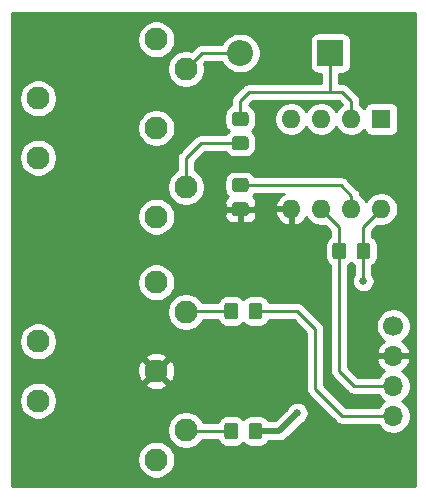
<source format=gbr>
G04 #@! TF.GenerationSoftware,KiCad,Pcbnew,5.1.5-52549c5~84~ubuntu18.04.1*
G04 #@! TF.CreationDate,2020-03-04T13:04:20-05:00*
G04 #@! TF.ProjectId,midi_io,6d696469-5f69-46f2-9e6b-696361645f70,1*
G04 #@! TF.SameCoordinates,Original*
G04 #@! TF.FileFunction,Copper,L1,Top*
G04 #@! TF.FilePolarity,Positive*
%FSLAX46Y46*%
G04 Gerber Fmt 4.6, Leading zero omitted, Abs format (unit mm)*
G04 Created by KiCad (PCBNEW 5.1.5-52549c5~84~ubuntu18.04.1) date 2020-03-04 13:04:20*
%MOMM*%
%LPD*%
G04 APERTURE LIST*
%ADD10C,1.950000*%
%ADD11O,1.700000X1.700000*%
%ADD12C,1.700000*%
%ADD13C,0.100000*%
%ADD14O,2.200000X2.200000*%
%ADD15R,2.200000X2.200000*%
%ADD16O,1.600000X1.600000*%
%ADD17R,1.600000X1.600000*%
%ADD18C,0.660400*%
%ADD19C,0.254000*%
%ADD20C,0.508000*%
G04 APERTURE END LIST*
D10*
X134272000Y-112863000D03*
X134272000Y-107863000D03*
X144272000Y-102863000D03*
X146772000Y-105363000D03*
X144272000Y-117863000D03*
X146772000Y-115363000D03*
X144272000Y-110363000D03*
X134272000Y-92289000D03*
X134272000Y-87289000D03*
X144272000Y-82289000D03*
X146772000Y-84789000D03*
X144272000Y-97289000D03*
X146772000Y-94789000D03*
X144272000Y-89789000D03*
D11*
X164338000Y-114173000D03*
X164338000Y-111633000D03*
X164338000Y-109093000D03*
D12*
X164338000Y-106553000D03*
G04 #@! TA.AperFunction,SMDPad,CuDef*
D13*
G36*
X151858505Y-96082204D02*
G01*
X151882773Y-96085804D01*
X151906572Y-96091765D01*
X151929671Y-96100030D01*
X151951850Y-96110520D01*
X151972893Y-96123132D01*
X151992599Y-96137747D01*
X152010777Y-96154223D01*
X152027253Y-96172401D01*
X152041868Y-96192107D01*
X152054480Y-96213150D01*
X152064970Y-96235329D01*
X152073235Y-96258428D01*
X152079196Y-96282227D01*
X152082796Y-96306495D01*
X152084000Y-96330999D01*
X152084000Y-96981001D01*
X152082796Y-97005505D01*
X152079196Y-97029773D01*
X152073235Y-97053572D01*
X152064970Y-97076671D01*
X152054480Y-97098850D01*
X152041868Y-97119893D01*
X152027253Y-97139599D01*
X152010777Y-97157777D01*
X151992599Y-97174253D01*
X151972893Y-97188868D01*
X151951850Y-97201480D01*
X151929671Y-97211970D01*
X151906572Y-97220235D01*
X151882773Y-97226196D01*
X151858505Y-97229796D01*
X151834001Y-97231000D01*
X150933999Y-97231000D01*
X150909495Y-97229796D01*
X150885227Y-97226196D01*
X150861428Y-97220235D01*
X150838329Y-97211970D01*
X150816150Y-97201480D01*
X150795107Y-97188868D01*
X150775401Y-97174253D01*
X150757223Y-97157777D01*
X150740747Y-97139599D01*
X150726132Y-97119893D01*
X150713520Y-97098850D01*
X150703030Y-97076671D01*
X150694765Y-97053572D01*
X150688804Y-97029773D01*
X150685204Y-97005505D01*
X150684000Y-96981001D01*
X150684000Y-96330999D01*
X150685204Y-96306495D01*
X150688804Y-96282227D01*
X150694765Y-96258428D01*
X150703030Y-96235329D01*
X150713520Y-96213150D01*
X150726132Y-96192107D01*
X150740747Y-96172401D01*
X150757223Y-96154223D01*
X150775401Y-96137747D01*
X150795107Y-96123132D01*
X150816150Y-96110520D01*
X150838329Y-96100030D01*
X150861428Y-96091765D01*
X150885227Y-96085804D01*
X150909495Y-96082204D01*
X150933999Y-96081000D01*
X151834001Y-96081000D01*
X151858505Y-96082204D01*
G37*
G04 #@! TD.AperFunction*
G04 #@! TA.AperFunction,SMDPad,CuDef*
G36*
X151858505Y-94032204D02*
G01*
X151882773Y-94035804D01*
X151906572Y-94041765D01*
X151929671Y-94050030D01*
X151951850Y-94060520D01*
X151972893Y-94073132D01*
X151992599Y-94087747D01*
X152010777Y-94104223D01*
X152027253Y-94122401D01*
X152041868Y-94142107D01*
X152054480Y-94163150D01*
X152064970Y-94185329D01*
X152073235Y-94208428D01*
X152079196Y-94232227D01*
X152082796Y-94256495D01*
X152084000Y-94280999D01*
X152084000Y-94931001D01*
X152082796Y-94955505D01*
X152079196Y-94979773D01*
X152073235Y-95003572D01*
X152064970Y-95026671D01*
X152054480Y-95048850D01*
X152041868Y-95069893D01*
X152027253Y-95089599D01*
X152010777Y-95107777D01*
X151992599Y-95124253D01*
X151972893Y-95138868D01*
X151951850Y-95151480D01*
X151929671Y-95161970D01*
X151906572Y-95170235D01*
X151882773Y-95176196D01*
X151858505Y-95179796D01*
X151834001Y-95181000D01*
X150933999Y-95181000D01*
X150909495Y-95179796D01*
X150885227Y-95176196D01*
X150861428Y-95170235D01*
X150838329Y-95161970D01*
X150816150Y-95151480D01*
X150795107Y-95138868D01*
X150775401Y-95124253D01*
X150757223Y-95107777D01*
X150740747Y-95089599D01*
X150726132Y-95069893D01*
X150713520Y-95048850D01*
X150703030Y-95026671D01*
X150694765Y-95003572D01*
X150688804Y-94979773D01*
X150685204Y-94955505D01*
X150684000Y-94931001D01*
X150684000Y-94280999D01*
X150685204Y-94256495D01*
X150688804Y-94232227D01*
X150694765Y-94208428D01*
X150703030Y-94185329D01*
X150713520Y-94163150D01*
X150726132Y-94142107D01*
X150740747Y-94122401D01*
X150757223Y-94104223D01*
X150775401Y-94087747D01*
X150795107Y-94073132D01*
X150816150Y-94060520D01*
X150838329Y-94050030D01*
X150861428Y-94041765D01*
X150885227Y-94035804D01*
X150909495Y-94032204D01*
X150933999Y-94031000D01*
X151834001Y-94031000D01*
X151858505Y-94032204D01*
G37*
G04 #@! TD.AperFunction*
G04 #@! TA.AperFunction,SMDPad,CuDef*
G36*
X151858505Y-90494204D02*
G01*
X151882773Y-90497804D01*
X151906572Y-90503765D01*
X151929671Y-90512030D01*
X151951850Y-90522520D01*
X151972893Y-90535132D01*
X151992599Y-90549747D01*
X152010777Y-90566223D01*
X152027253Y-90584401D01*
X152041868Y-90604107D01*
X152054480Y-90625150D01*
X152064970Y-90647329D01*
X152073235Y-90670428D01*
X152079196Y-90694227D01*
X152082796Y-90718495D01*
X152084000Y-90742999D01*
X152084000Y-91393001D01*
X152082796Y-91417505D01*
X152079196Y-91441773D01*
X152073235Y-91465572D01*
X152064970Y-91488671D01*
X152054480Y-91510850D01*
X152041868Y-91531893D01*
X152027253Y-91551599D01*
X152010777Y-91569777D01*
X151992599Y-91586253D01*
X151972893Y-91600868D01*
X151951850Y-91613480D01*
X151929671Y-91623970D01*
X151906572Y-91632235D01*
X151882773Y-91638196D01*
X151858505Y-91641796D01*
X151834001Y-91643000D01*
X150933999Y-91643000D01*
X150909495Y-91641796D01*
X150885227Y-91638196D01*
X150861428Y-91632235D01*
X150838329Y-91623970D01*
X150816150Y-91613480D01*
X150795107Y-91600868D01*
X150775401Y-91586253D01*
X150757223Y-91569777D01*
X150740747Y-91551599D01*
X150726132Y-91531893D01*
X150713520Y-91510850D01*
X150703030Y-91488671D01*
X150694765Y-91465572D01*
X150688804Y-91441773D01*
X150685204Y-91417505D01*
X150684000Y-91393001D01*
X150684000Y-90742999D01*
X150685204Y-90718495D01*
X150688804Y-90694227D01*
X150694765Y-90670428D01*
X150703030Y-90647329D01*
X150713520Y-90625150D01*
X150726132Y-90604107D01*
X150740747Y-90584401D01*
X150757223Y-90566223D01*
X150775401Y-90549747D01*
X150795107Y-90535132D01*
X150816150Y-90522520D01*
X150838329Y-90512030D01*
X150861428Y-90503765D01*
X150885227Y-90497804D01*
X150909495Y-90494204D01*
X150933999Y-90493000D01*
X151834001Y-90493000D01*
X151858505Y-90494204D01*
G37*
G04 #@! TD.AperFunction*
G04 #@! TA.AperFunction,SMDPad,CuDef*
G36*
X151858505Y-88444204D02*
G01*
X151882773Y-88447804D01*
X151906572Y-88453765D01*
X151929671Y-88462030D01*
X151951850Y-88472520D01*
X151972893Y-88485132D01*
X151992599Y-88499747D01*
X152010777Y-88516223D01*
X152027253Y-88534401D01*
X152041868Y-88554107D01*
X152054480Y-88575150D01*
X152064970Y-88597329D01*
X152073235Y-88620428D01*
X152079196Y-88644227D01*
X152082796Y-88668495D01*
X152084000Y-88692999D01*
X152084000Y-89343001D01*
X152082796Y-89367505D01*
X152079196Y-89391773D01*
X152073235Y-89415572D01*
X152064970Y-89438671D01*
X152054480Y-89460850D01*
X152041868Y-89481893D01*
X152027253Y-89501599D01*
X152010777Y-89519777D01*
X151992599Y-89536253D01*
X151972893Y-89550868D01*
X151951850Y-89563480D01*
X151929671Y-89573970D01*
X151906572Y-89582235D01*
X151882773Y-89588196D01*
X151858505Y-89591796D01*
X151834001Y-89593000D01*
X150933999Y-89593000D01*
X150909495Y-89591796D01*
X150885227Y-89588196D01*
X150861428Y-89582235D01*
X150838329Y-89573970D01*
X150816150Y-89563480D01*
X150795107Y-89550868D01*
X150775401Y-89536253D01*
X150757223Y-89519777D01*
X150740747Y-89501599D01*
X150726132Y-89481893D01*
X150713520Y-89460850D01*
X150703030Y-89438671D01*
X150694765Y-89415572D01*
X150688804Y-89391773D01*
X150685204Y-89367505D01*
X150684000Y-89343001D01*
X150684000Y-88692999D01*
X150685204Y-88668495D01*
X150688804Y-88644227D01*
X150694765Y-88620428D01*
X150703030Y-88597329D01*
X150713520Y-88575150D01*
X150726132Y-88554107D01*
X150740747Y-88534401D01*
X150757223Y-88516223D01*
X150775401Y-88499747D01*
X150795107Y-88485132D01*
X150816150Y-88472520D01*
X150838329Y-88462030D01*
X150861428Y-88453765D01*
X150885227Y-88447804D01*
X150909495Y-88444204D01*
X150933999Y-88443000D01*
X151834001Y-88443000D01*
X151858505Y-88444204D01*
G37*
G04 #@! TD.AperFunction*
G04 #@! TA.AperFunction,SMDPad,CuDef*
G36*
X160106505Y-99504204D02*
G01*
X160130773Y-99507804D01*
X160154572Y-99513765D01*
X160177671Y-99522030D01*
X160199850Y-99532520D01*
X160220893Y-99545132D01*
X160240599Y-99559747D01*
X160258777Y-99576223D01*
X160275253Y-99594401D01*
X160289868Y-99614107D01*
X160302480Y-99635150D01*
X160312970Y-99657329D01*
X160321235Y-99680428D01*
X160327196Y-99704227D01*
X160330796Y-99728495D01*
X160332000Y-99752999D01*
X160332000Y-100653001D01*
X160330796Y-100677505D01*
X160327196Y-100701773D01*
X160321235Y-100725572D01*
X160312970Y-100748671D01*
X160302480Y-100770850D01*
X160289868Y-100791893D01*
X160275253Y-100811599D01*
X160258777Y-100829777D01*
X160240599Y-100846253D01*
X160220893Y-100860868D01*
X160199850Y-100873480D01*
X160177671Y-100883970D01*
X160154572Y-100892235D01*
X160130773Y-100898196D01*
X160106505Y-100901796D01*
X160082001Y-100903000D01*
X159431999Y-100903000D01*
X159407495Y-100901796D01*
X159383227Y-100898196D01*
X159359428Y-100892235D01*
X159336329Y-100883970D01*
X159314150Y-100873480D01*
X159293107Y-100860868D01*
X159273401Y-100846253D01*
X159255223Y-100829777D01*
X159238747Y-100811599D01*
X159224132Y-100791893D01*
X159211520Y-100770850D01*
X159201030Y-100748671D01*
X159192765Y-100725572D01*
X159186804Y-100701773D01*
X159183204Y-100677505D01*
X159182000Y-100653001D01*
X159182000Y-99752999D01*
X159183204Y-99728495D01*
X159186804Y-99704227D01*
X159192765Y-99680428D01*
X159201030Y-99657329D01*
X159211520Y-99635150D01*
X159224132Y-99614107D01*
X159238747Y-99594401D01*
X159255223Y-99576223D01*
X159273401Y-99559747D01*
X159293107Y-99545132D01*
X159314150Y-99532520D01*
X159336329Y-99522030D01*
X159359428Y-99513765D01*
X159383227Y-99507804D01*
X159407495Y-99504204D01*
X159431999Y-99503000D01*
X160082001Y-99503000D01*
X160106505Y-99504204D01*
G37*
G04 #@! TD.AperFunction*
G04 #@! TA.AperFunction,SMDPad,CuDef*
G36*
X162156505Y-99504204D02*
G01*
X162180773Y-99507804D01*
X162204572Y-99513765D01*
X162227671Y-99522030D01*
X162249850Y-99532520D01*
X162270893Y-99545132D01*
X162290599Y-99559747D01*
X162308777Y-99576223D01*
X162325253Y-99594401D01*
X162339868Y-99614107D01*
X162352480Y-99635150D01*
X162362970Y-99657329D01*
X162371235Y-99680428D01*
X162377196Y-99704227D01*
X162380796Y-99728495D01*
X162382000Y-99752999D01*
X162382000Y-100653001D01*
X162380796Y-100677505D01*
X162377196Y-100701773D01*
X162371235Y-100725572D01*
X162362970Y-100748671D01*
X162352480Y-100770850D01*
X162339868Y-100791893D01*
X162325253Y-100811599D01*
X162308777Y-100829777D01*
X162290599Y-100846253D01*
X162270893Y-100860868D01*
X162249850Y-100873480D01*
X162227671Y-100883970D01*
X162204572Y-100892235D01*
X162180773Y-100898196D01*
X162156505Y-100901796D01*
X162132001Y-100903000D01*
X161481999Y-100903000D01*
X161457495Y-100901796D01*
X161433227Y-100898196D01*
X161409428Y-100892235D01*
X161386329Y-100883970D01*
X161364150Y-100873480D01*
X161343107Y-100860868D01*
X161323401Y-100846253D01*
X161305223Y-100829777D01*
X161288747Y-100811599D01*
X161274132Y-100791893D01*
X161261520Y-100770850D01*
X161251030Y-100748671D01*
X161242765Y-100725572D01*
X161236804Y-100701773D01*
X161233204Y-100677505D01*
X161232000Y-100653001D01*
X161232000Y-99752999D01*
X161233204Y-99728495D01*
X161236804Y-99704227D01*
X161242765Y-99680428D01*
X161251030Y-99657329D01*
X161261520Y-99635150D01*
X161274132Y-99614107D01*
X161288747Y-99594401D01*
X161305223Y-99576223D01*
X161323401Y-99559747D01*
X161343107Y-99545132D01*
X161364150Y-99532520D01*
X161386329Y-99522030D01*
X161409428Y-99513765D01*
X161433227Y-99507804D01*
X161457495Y-99504204D01*
X161481999Y-99503000D01*
X162132001Y-99503000D01*
X162156505Y-99504204D01*
G37*
G04 #@! TD.AperFunction*
G04 #@! TA.AperFunction,SMDPad,CuDef*
G36*
X150962505Y-104584204D02*
G01*
X150986773Y-104587804D01*
X151010572Y-104593765D01*
X151033671Y-104602030D01*
X151055850Y-104612520D01*
X151076893Y-104625132D01*
X151096599Y-104639747D01*
X151114777Y-104656223D01*
X151131253Y-104674401D01*
X151145868Y-104694107D01*
X151158480Y-104715150D01*
X151168970Y-104737329D01*
X151177235Y-104760428D01*
X151183196Y-104784227D01*
X151186796Y-104808495D01*
X151188000Y-104832999D01*
X151188000Y-105733001D01*
X151186796Y-105757505D01*
X151183196Y-105781773D01*
X151177235Y-105805572D01*
X151168970Y-105828671D01*
X151158480Y-105850850D01*
X151145868Y-105871893D01*
X151131253Y-105891599D01*
X151114777Y-105909777D01*
X151096599Y-105926253D01*
X151076893Y-105940868D01*
X151055850Y-105953480D01*
X151033671Y-105963970D01*
X151010572Y-105972235D01*
X150986773Y-105978196D01*
X150962505Y-105981796D01*
X150938001Y-105983000D01*
X150287999Y-105983000D01*
X150263495Y-105981796D01*
X150239227Y-105978196D01*
X150215428Y-105972235D01*
X150192329Y-105963970D01*
X150170150Y-105953480D01*
X150149107Y-105940868D01*
X150129401Y-105926253D01*
X150111223Y-105909777D01*
X150094747Y-105891599D01*
X150080132Y-105871893D01*
X150067520Y-105850850D01*
X150057030Y-105828671D01*
X150048765Y-105805572D01*
X150042804Y-105781773D01*
X150039204Y-105757505D01*
X150038000Y-105733001D01*
X150038000Y-104832999D01*
X150039204Y-104808495D01*
X150042804Y-104784227D01*
X150048765Y-104760428D01*
X150057030Y-104737329D01*
X150067520Y-104715150D01*
X150080132Y-104694107D01*
X150094747Y-104674401D01*
X150111223Y-104656223D01*
X150129401Y-104639747D01*
X150149107Y-104625132D01*
X150170150Y-104612520D01*
X150192329Y-104602030D01*
X150215428Y-104593765D01*
X150239227Y-104587804D01*
X150263495Y-104584204D01*
X150287999Y-104583000D01*
X150938001Y-104583000D01*
X150962505Y-104584204D01*
G37*
G04 #@! TD.AperFunction*
G04 #@! TA.AperFunction,SMDPad,CuDef*
G36*
X153012505Y-104584204D02*
G01*
X153036773Y-104587804D01*
X153060572Y-104593765D01*
X153083671Y-104602030D01*
X153105850Y-104612520D01*
X153126893Y-104625132D01*
X153146599Y-104639747D01*
X153164777Y-104656223D01*
X153181253Y-104674401D01*
X153195868Y-104694107D01*
X153208480Y-104715150D01*
X153218970Y-104737329D01*
X153227235Y-104760428D01*
X153233196Y-104784227D01*
X153236796Y-104808495D01*
X153238000Y-104832999D01*
X153238000Y-105733001D01*
X153236796Y-105757505D01*
X153233196Y-105781773D01*
X153227235Y-105805572D01*
X153218970Y-105828671D01*
X153208480Y-105850850D01*
X153195868Y-105871893D01*
X153181253Y-105891599D01*
X153164777Y-105909777D01*
X153146599Y-105926253D01*
X153126893Y-105940868D01*
X153105850Y-105953480D01*
X153083671Y-105963970D01*
X153060572Y-105972235D01*
X153036773Y-105978196D01*
X153012505Y-105981796D01*
X152988001Y-105983000D01*
X152337999Y-105983000D01*
X152313495Y-105981796D01*
X152289227Y-105978196D01*
X152265428Y-105972235D01*
X152242329Y-105963970D01*
X152220150Y-105953480D01*
X152199107Y-105940868D01*
X152179401Y-105926253D01*
X152161223Y-105909777D01*
X152144747Y-105891599D01*
X152130132Y-105871893D01*
X152117520Y-105850850D01*
X152107030Y-105828671D01*
X152098765Y-105805572D01*
X152092804Y-105781773D01*
X152089204Y-105757505D01*
X152088000Y-105733001D01*
X152088000Y-104832999D01*
X152089204Y-104808495D01*
X152092804Y-104784227D01*
X152098765Y-104760428D01*
X152107030Y-104737329D01*
X152117520Y-104715150D01*
X152130132Y-104694107D01*
X152144747Y-104674401D01*
X152161223Y-104656223D01*
X152179401Y-104639747D01*
X152199107Y-104625132D01*
X152220150Y-104612520D01*
X152242329Y-104602030D01*
X152265428Y-104593765D01*
X152289227Y-104587804D01*
X152313495Y-104584204D01*
X152337999Y-104583000D01*
X152988001Y-104583000D01*
X153012505Y-104584204D01*
G37*
G04 #@! TD.AperFunction*
G04 #@! TA.AperFunction,SMDPad,CuDef*
G36*
X150962505Y-114744204D02*
G01*
X150986773Y-114747804D01*
X151010572Y-114753765D01*
X151033671Y-114762030D01*
X151055850Y-114772520D01*
X151076893Y-114785132D01*
X151096599Y-114799747D01*
X151114777Y-114816223D01*
X151131253Y-114834401D01*
X151145868Y-114854107D01*
X151158480Y-114875150D01*
X151168970Y-114897329D01*
X151177235Y-114920428D01*
X151183196Y-114944227D01*
X151186796Y-114968495D01*
X151188000Y-114992999D01*
X151188000Y-115893001D01*
X151186796Y-115917505D01*
X151183196Y-115941773D01*
X151177235Y-115965572D01*
X151168970Y-115988671D01*
X151158480Y-116010850D01*
X151145868Y-116031893D01*
X151131253Y-116051599D01*
X151114777Y-116069777D01*
X151096599Y-116086253D01*
X151076893Y-116100868D01*
X151055850Y-116113480D01*
X151033671Y-116123970D01*
X151010572Y-116132235D01*
X150986773Y-116138196D01*
X150962505Y-116141796D01*
X150938001Y-116143000D01*
X150287999Y-116143000D01*
X150263495Y-116141796D01*
X150239227Y-116138196D01*
X150215428Y-116132235D01*
X150192329Y-116123970D01*
X150170150Y-116113480D01*
X150149107Y-116100868D01*
X150129401Y-116086253D01*
X150111223Y-116069777D01*
X150094747Y-116051599D01*
X150080132Y-116031893D01*
X150067520Y-116010850D01*
X150057030Y-115988671D01*
X150048765Y-115965572D01*
X150042804Y-115941773D01*
X150039204Y-115917505D01*
X150038000Y-115893001D01*
X150038000Y-114992999D01*
X150039204Y-114968495D01*
X150042804Y-114944227D01*
X150048765Y-114920428D01*
X150057030Y-114897329D01*
X150067520Y-114875150D01*
X150080132Y-114854107D01*
X150094747Y-114834401D01*
X150111223Y-114816223D01*
X150129401Y-114799747D01*
X150149107Y-114785132D01*
X150170150Y-114772520D01*
X150192329Y-114762030D01*
X150215428Y-114753765D01*
X150239227Y-114747804D01*
X150263495Y-114744204D01*
X150287999Y-114743000D01*
X150938001Y-114743000D01*
X150962505Y-114744204D01*
G37*
G04 #@! TD.AperFunction*
G04 #@! TA.AperFunction,SMDPad,CuDef*
G36*
X153012505Y-114744204D02*
G01*
X153036773Y-114747804D01*
X153060572Y-114753765D01*
X153083671Y-114762030D01*
X153105850Y-114772520D01*
X153126893Y-114785132D01*
X153146599Y-114799747D01*
X153164777Y-114816223D01*
X153181253Y-114834401D01*
X153195868Y-114854107D01*
X153208480Y-114875150D01*
X153218970Y-114897329D01*
X153227235Y-114920428D01*
X153233196Y-114944227D01*
X153236796Y-114968495D01*
X153238000Y-114992999D01*
X153238000Y-115893001D01*
X153236796Y-115917505D01*
X153233196Y-115941773D01*
X153227235Y-115965572D01*
X153218970Y-115988671D01*
X153208480Y-116010850D01*
X153195868Y-116031893D01*
X153181253Y-116051599D01*
X153164777Y-116069777D01*
X153146599Y-116086253D01*
X153126893Y-116100868D01*
X153105850Y-116113480D01*
X153083671Y-116123970D01*
X153060572Y-116132235D01*
X153036773Y-116138196D01*
X153012505Y-116141796D01*
X152988001Y-116143000D01*
X152337999Y-116143000D01*
X152313495Y-116141796D01*
X152289227Y-116138196D01*
X152265428Y-116132235D01*
X152242329Y-116123970D01*
X152220150Y-116113480D01*
X152199107Y-116100868D01*
X152179401Y-116086253D01*
X152161223Y-116069777D01*
X152144747Y-116051599D01*
X152130132Y-116031893D01*
X152117520Y-116010850D01*
X152107030Y-115988671D01*
X152098765Y-115965572D01*
X152092804Y-115941773D01*
X152089204Y-115917505D01*
X152088000Y-115893001D01*
X152088000Y-114992999D01*
X152089204Y-114968495D01*
X152092804Y-114944227D01*
X152098765Y-114920428D01*
X152107030Y-114897329D01*
X152117520Y-114875150D01*
X152130132Y-114854107D01*
X152144747Y-114834401D01*
X152161223Y-114816223D01*
X152179401Y-114799747D01*
X152199107Y-114785132D01*
X152220150Y-114772520D01*
X152242329Y-114762030D01*
X152265428Y-114753765D01*
X152289227Y-114747804D01*
X152313495Y-114744204D01*
X152337999Y-114743000D01*
X152988001Y-114743000D01*
X153012505Y-114744204D01*
G37*
G04 #@! TD.AperFunction*
D14*
X151384000Y-83439000D03*
D15*
X159004000Y-83439000D03*
D16*
X163322000Y-96647000D03*
X155702000Y-89027000D03*
X160782000Y-96647000D03*
X158242000Y-89027000D03*
X158242000Y-96647000D03*
X160782000Y-89027000D03*
X155702000Y-96647000D03*
D17*
X163322000Y-89027000D03*
D18*
X161798000Y-102743000D03*
X156210000Y-113919000D03*
D19*
X146852000Y-105283000D02*
X146772000Y-105363000D01*
X150613000Y-105283000D02*
X146852000Y-105283000D01*
X146852000Y-115443000D02*
X146772000Y-115363000D01*
X150613000Y-115443000D02*
X146852000Y-115443000D01*
X146772000Y-94789000D02*
X146772000Y-92369000D01*
X148073000Y-91068000D02*
X151384000Y-91068000D01*
X146772000Y-92369000D02*
X148073000Y-91068000D01*
X148122000Y-83439000D02*
X151384000Y-83439000D01*
X146772000Y-84789000D02*
X148122000Y-83439000D01*
X159004000Y-83439000D02*
X159004000Y-86741000D01*
X160782000Y-87503000D02*
X160782000Y-89027000D01*
X159004000Y-86741000D02*
X160020000Y-86741000D01*
X160020000Y-86741000D02*
X160782000Y-87503000D01*
X152146000Y-86741000D02*
X151384000Y-87503000D01*
X151384000Y-87503000D02*
X151384000Y-89018000D01*
X159004000Y-86741000D02*
X152146000Y-86741000D01*
X161807000Y-98162000D02*
X163322000Y-96647000D01*
X161807000Y-100203000D02*
X161807000Y-98162000D01*
X161798000Y-100212000D02*
X161807000Y-100203000D01*
X161798000Y-102743000D02*
X161798000Y-100212000D01*
D20*
X156210000Y-113919000D02*
X156210000Y-113919000D01*
X154686000Y-115443000D02*
X152663000Y-115443000D01*
X156210000Y-113919000D02*
X154686000Y-115443000D01*
D19*
X160020000Y-114173000D02*
X164338000Y-114173000D01*
X157734000Y-111887000D02*
X160020000Y-114173000D01*
X157734000Y-106807000D02*
X157734000Y-111887000D01*
X156210000Y-105283000D02*
X157734000Y-106807000D01*
X152663000Y-105283000D02*
X156210000Y-105283000D01*
X159757000Y-98162000D02*
X158242000Y-96647000D01*
X159757000Y-100203000D02*
X159757000Y-98162000D01*
X158242000Y-96647000D02*
X158233000Y-96656000D01*
X159757000Y-110354000D02*
X159757000Y-100203000D01*
X161036000Y-111633000D02*
X159757000Y-110354000D01*
X164338000Y-111633000D02*
X161036000Y-111633000D01*
X159872370Y-94606000D02*
X151384000Y-94606000D01*
X160782000Y-95515630D02*
X159872370Y-94606000D01*
X160782000Y-96647000D02*
X160782000Y-95515630D01*
G36*
X166168000Y-120067000D02*
G01*
X132028000Y-120067000D01*
X132028000Y-117704429D01*
X142662000Y-117704429D01*
X142662000Y-118021571D01*
X142723871Y-118332620D01*
X142845237Y-118625621D01*
X143021431Y-118889315D01*
X143245685Y-119113569D01*
X143509379Y-119289763D01*
X143802380Y-119411129D01*
X144113429Y-119473000D01*
X144430571Y-119473000D01*
X144741620Y-119411129D01*
X145034621Y-119289763D01*
X145298315Y-119113569D01*
X145522569Y-118889315D01*
X145698763Y-118625621D01*
X145820129Y-118332620D01*
X145882000Y-118021571D01*
X145882000Y-117704429D01*
X145820129Y-117393380D01*
X145698763Y-117100379D01*
X145522569Y-116836685D01*
X145298315Y-116612431D01*
X145034621Y-116436237D01*
X144741620Y-116314871D01*
X144430571Y-116253000D01*
X144113429Y-116253000D01*
X143802380Y-116314871D01*
X143509379Y-116436237D01*
X143245685Y-116612431D01*
X143021431Y-116836685D01*
X142845237Y-117100379D01*
X142723871Y-117393380D01*
X142662000Y-117704429D01*
X132028000Y-117704429D01*
X132028000Y-115204429D01*
X145162000Y-115204429D01*
X145162000Y-115521571D01*
X145223871Y-115832620D01*
X145345237Y-116125621D01*
X145521431Y-116389315D01*
X145745685Y-116613569D01*
X146009379Y-116789763D01*
X146302380Y-116911129D01*
X146613429Y-116973000D01*
X146930571Y-116973000D01*
X147241620Y-116911129D01*
X147534621Y-116789763D01*
X147798315Y-116613569D01*
X148022569Y-116389315D01*
X148145724Y-116205000D01*
X149459080Y-116205000D01*
X149467528Y-116232851D01*
X149549595Y-116386387D01*
X149660038Y-116520962D01*
X149794613Y-116631405D01*
X149948149Y-116713472D01*
X150114745Y-116764008D01*
X150287999Y-116781072D01*
X150938001Y-116781072D01*
X151111255Y-116764008D01*
X151277851Y-116713472D01*
X151431387Y-116631405D01*
X151565962Y-116520962D01*
X151638000Y-116433184D01*
X151710038Y-116520962D01*
X151844613Y-116631405D01*
X151998149Y-116713472D01*
X152164745Y-116764008D01*
X152337999Y-116781072D01*
X152988001Y-116781072D01*
X153161255Y-116764008D01*
X153327851Y-116713472D01*
X153481387Y-116631405D01*
X153615962Y-116520962D01*
X153726405Y-116386387D01*
X153755476Y-116332000D01*
X154642340Y-116332000D01*
X154686000Y-116336300D01*
X154729660Y-116332000D01*
X154729667Y-116332000D01*
X154860274Y-116319136D01*
X155027851Y-116268303D01*
X155182291Y-116185753D01*
X155317659Y-116074659D01*
X155345499Y-116040736D01*
X156572779Y-114813457D01*
X156667194Y-114774349D01*
X156825279Y-114668720D01*
X156959720Y-114534279D01*
X157065349Y-114376194D01*
X157138108Y-114200538D01*
X157175200Y-114014064D01*
X157175200Y-113823936D01*
X157138108Y-113637462D01*
X157065349Y-113461806D01*
X156959720Y-113303721D01*
X156825279Y-113169280D01*
X156667194Y-113063651D01*
X156491538Y-112990892D01*
X156305064Y-112953800D01*
X156114936Y-112953800D01*
X155928462Y-112990892D01*
X155752806Y-113063651D01*
X155594721Y-113169280D01*
X155460280Y-113303721D01*
X155354651Y-113461806D01*
X155315543Y-113556221D01*
X154317765Y-114554000D01*
X153755476Y-114554000D01*
X153726405Y-114499613D01*
X153615962Y-114365038D01*
X153481387Y-114254595D01*
X153327851Y-114172528D01*
X153161255Y-114121992D01*
X152988001Y-114104928D01*
X152337999Y-114104928D01*
X152164745Y-114121992D01*
X151998149Y-114172528D01*
X151844613Y-114254595D01*
X151710038Y-114365038D01*
X151638000Y-114452816D01*
X151565962Y-114365038D01*
X151431387Y-114254595D01*
X151277851Y-114172528D01*
X151111255Y-114121992D01*
X150938001Y-114104928D01*
X150287999Y-114104928D01*
X150114745Y-114121992D01*
X149948149Y-114172528D01*
X149794613Y-114254595D01*
X149660038Y-114365038D01*
X149549595Y-114499613D01*
X149467528Y-114653149D01*
X149459080Y-114681000D01*
X148232158Y-114681000D01*
X148198763Y-114600379D01*
X148022569Y-114336685D01*
X147798315Y-114112431D01*
X147534621Y-113936237D01*
X147241620Y-113814871D01*
X146930571Y-113753000D01*
X146613429Y-113753000D01*
X146302380Y-113814871D01*
X146009379Y-113936237D01*
X145745685Y-114112431D01*
X145521431Y-114336685D01*
X145345237Y-114600379D01*
X145223871Y-114893380D01*
X145162000Y-115204429D01*
X132028000Y-115204429D01*
X132028000Y-112704429D01*
X132662000Y-112704429D01*
X132662000Y-113021571D01*
X132723871Y-113332620D01*
X132845237Y-113625621D01*
X133021431Y-113889315D01*
X133245685Y-114113569D01*
X133509379Y-114289763D01*
X133802380Y-114411129D01*
X134113429Y-114473000D01*
X134430571Y-114473000D01*
X134741620Y-114411129D01*
X135034621Y-114289763D01*
X135298315Y-114113569D01*
X135522569Y-113889315D01*
X135698763Y-113625621D01*
X135820129Y-113332620D01*
X135882000Y-113021571D01*
X135882000Y-112704429D01*
X135820129Y-112393380D01*
X135698763Y-112100379D01*
X135522569Y-111836685D01*
X135298315Y-111612431D01*
X135100992Y-111480584D01*
X143334021Y-111480584D01*
X143426766Y-111742429D01*
X143712120Y-111880820D01*
X144018990Y-111960883D01*
X144335584Y-111979540D01*
X144649733Y-111936074D01*
X144949367Y-111832156D01*
X145117234Y-111742429D01*
X145209979Y-111480584D01*
X144272000Y-110542605D01*
X143334021Y-111480584D01*
X135100992Y-111480584D01*
X135034621Y-111436237D01*
X134741620Y-111314871D01*
X134430571Y-111253000D01*
X134113429Y-111253000D01*
X133802380Y-111314871D01*
X133509379Y-111436237D01*
X133245685Y-111612431D01*
X133021431Y-111836685D01*
X132845237Y-112100379D01*
X132723871Y-112393380D01*
X132662000Y-112704429D01*
X132028000Y-112704429D01*
X132028000Y-110426584D01*
X142655460Y-110426584D01*
X142698926Y-110740733D01*
X142802844Y-111040367D01*
X142892571Y-111208234D01*
X143154416Y-111300979D01*
X144092395Y-110363000D01*
X144451605Y-110363000D01*
X145389584Y-111300979D01*
X145651429Y-111208234D01*
X145789820Y-110922880D01*
X145869883Y-110616010D01*
X145888540Y-110299416D01*
X145845074Y-109985267D01*
X145741156Y-109685633D01*
X145651429Y-109517766D01*
X145389584Y-109425021D01*
X144451605Y-110363000D01*
X144092395Y-110363000D01*
X143154416Y-109425021D01*
X142892571Y-109517766D01*
X142754180Y-109803120D01*
X142674117Y-110109990D01*
X142655460Y-110426584D01*
X132028000Y-110426584D01*
X132028000Y-107704429D01*
X132662000Y-107704429D01*
X132662000Y-108021571D01*
X132723871Y-108332620D01*
X132845237Y-108625621D01*
X133021431Y-108889315D01*
X133245685Y-109113569D01*
X133509379Y-109289763D01*
X133802380Y-109411129D01*
X134113429Y-109473000D01*
X134430571Y-109473000D01*
X134741620Y-109411129D01*
X135034621Y-109289763D01*
X135100991Y-109245416D01*
X143334021Y-109245416D01*
X144272000Y-110183395D01*
X145209979Y-109245416D01*
X145117234Y-108983571D01*
X144831880Y-108845180D01*
X144525010Y-108765117D01*
X144208416Y-108746460D01*
X143894267Y-108789926D01*
X143594633Y-108893844D01*
X143426766Y-108983571D01*
X143334021Y-109245416D01*
X135100991Y-109245416D01*
X135298315Y-109113569D01*
X135522569Y-108889315D01*
X135698763Y-108625621D01*
X135820129Y-108332620D01*
X135882000Y-108021571D01*
X135882000Y-107704429D01*
X135820129Y-107393380D01*
X135698763Y-107100379D01*
X135522569Y-106836685D01*
X135298315Y-106612431D01*
X135034621Y-106436237D01*
X134741620Y-106314871D01*
X134430571Y-106253000D01*
X134113429Y-106253000D01*
X133802380Y-106314871D01*
X133509379Y-106436237D01*
X133245685Y-106612431D01*
X133021431Y-106836685D01*
X132845237Y-107100379D01*
X132723871Y-107393380D01*
X132662000Y-107704429D01*
X132028000Y-107704429D01*
X132028000Y-105204429D01*
X145162000Y-105204429D01*
X145162000Y-105521571D01*
X145223871Y-105832620D01*
X145345237Y-106125621D01*
X145521431Y-106389315D01*
X145745685Y-106613569D01*
X146009379Y-106789763D01*
X146302380Y-106911129D01*
X146613429Y-106973000D01*
X146930571Y-106973000D01*
X147241620Y-106911129D01*
X147534621Y-106789763D01*
X147798315Y-106613569D01*
X148022569Y-106389315D01*
X148198763Y-106125621D01*
X148232158Y-106045000D01*
X149459080Y-106045000D01*
X149467528Y-106072851D01*
X149549595Y-106226387D01*
X149660038Y-106360962D01*
X149794613Y-106471405D01*
X149948149Y-106553472D01*
X150114745Y-106604008D01*
X150287999Y-106621072D01*
X150938001Y-106621072D01*
X151111255Y-106604008D01*
X151277851Y-106553472D01*
X151431387Y-106471405D01*
X151565962Y-106360962D01*
X151638000Y-106273184D01*
X151710038Y-106360962D01*
X151844613Y-106471405D01*
X151998149Y-106553472D01*
X152164745Y-106604008D01*
X152337999Y-106621072D01*
X152988001Y-106621072D01*
X153161255Y-106604008D01*
X153327851Y-106553472D01*
X153481387Y-106471405D01*
X153615962Y-106360962D01*
X153726405Y-106226387D01*
X153808472Y-106072851D01*
X153816920Y-106045000D01*
X155894370Y-106045000D01*
X156972000Y-107122631D01*
X156972001Y-111849567D01*
X156968314Y-111887000D01*
X156983027Y-112036378D01*
X157026599Y-112180015D01*
X157097355Y-112312392D01*
X157163821Y-112393380D01*
X157192579Y-112428422D01*
X157221649Y-112452279D01*
X159454721Y-114685352D01*
X159478578Y-114714422D01*
X159594608Y-114809645D01*
X159726985Y-114880402D01*
X159870622Y-114923974D01*
X159982574Y-114935000D01*
X159982576Y-114935000D01*
X160019999Y-114938686D01*
X160057422Y-114935000D01*
X163061158Y-114935000D01*
X163184525Y-115119632D01*
X163391368Y-115326475D01*
X163634589Y-115488990D01*
X163904842Y-115600932D01*
X164191740Y-115658000D01*
X164484260Y-115658000D01*
X164771158Y-115600932D01*
X165041411Y-115488990D01*
X165284632Y-115326475D01*
X165491475Y-115119632D01*
X165653990Y-114876411D01*
X165765932Y-114606158D01*
X165823000Y-114319260D01*
X165823000Y-114026740D01*
X165765932Y-113739842D01*
X165653990Y-113469589D01*
X165491475Y-113226368D01*
X165284632Y-113019525D01*
X165110240Y-112903000D01*
X165284632Y-112786475D01*
X165491475Y-112579632D01*
X165653990Y-112336411D01*
X165765932Y-112066158D01*
X165823000Y-111779260D01*
X165823000Y-111486740D01*
X165765932Y-111199842D01*
X165653990Y-110929589D01*
X165491475Y-110686368D01*
X165284632Y-110479525D01*
X165102466Y-110357805D01*
X165219355Y-110288178D01*
X165435588Y-110093269D01*
X165609641Y-109859920D01*
X165734825Y-109597099D01*
X165779476Y-109449890D01*
X165658155Y-109220000D01*
X164465000Y-109220000D01*
X164465000Y-109240000D01*
X164211000Y-109240000D01*
X164211000Y-109220000D01*
X163017845Y-109220000D01*
X162896524Y-109449890D01*
X162941175Y-109597099D01*
X163066359Y-109859920D01*
X163240412Y-110093269D01*
X163456645Y-110288178D01*
X163573534Y-110357805D01*
X163391368Y-110479525D01*
X163184525Y-110686368D01*
X163061158Y-110871000D01*
X161351631Y-110871000D01*
X160519000Y-110038370D01*
X160519000Y-106406740D01*
X162853000Y-106406740D01*
X162853000Y-106699260D01*
X162910068Y-106986158D01*
X163022010Y-107256411D01*
X163184525Y-107499632D01*
X163391368Y-107706475D01*
X163573534Y-107828195D01*
X163456645Y-107897822D01*
X163240412Y-108092731D01*
X163066359Y-108326080D01*
X162941175Y-108588901D01*
X162896524Y-108736110D01*
X163017845Y-108966000D01*
X164211000Y-108966000D01*
X164211000Y-108946000D01*
X164465000Y-108946000D01*
X164465000Y-108966000D01*
X165658155Y-108966000D01*
X165779476Y-108736110D01*
X165734825Y-108588901D01*
X165609641Y-108326080D01*
X165435588Y-108092731D01*
X165219355Y-107897822D01*
X165102466Y-107828195D01*
X165284632Y-107706475D01*
X165491475Y-107499632D01*
X165653990Y-107256411D01*
X165765932Y-106986158D01*
X165823000Y-106699260D01*
X165823000Y-106406740D01*
X165765932Y-106119842D01*
X165653990Y-105849589D01*
X165491475Y-105606368D01*
X165284632Y-105399525D01*
X165041411Y-105237010D01*
X164771158Y-105125068D01*
X164484260Y-105068000D01*
X164191740Y-105068000D01*
X163904842Y-105125068D01*
X163634589Y-105237010D01*
X163391368Y-105399525D01*
X163184525Y-105606368D01*
X163022010Y-105849589D01*
X162910068Y-106119842D01*
X162853000Y-106406740D01*
X160519000Y-106406740D01*
X160519000Y-101421545D01*
X160575387Y-101391405D01*
X160709962Y-101280962D01*
X160782000Y-101193184D01*
X160854038Y-101280962D01*
X160988613Y-101391405D01*
X161036001Y-101416734D01*
X161036000Y-102146099D01*
X160942651Y-102285806D01*
X160869892Y-102461462D01*
X160832800Y-102647936D01*
X160832800Y-102838064D01*
X160869892Y-103024538D01*
X160942651Y-103200194D01*
X161048280Y-103358279D01*
X161182721Y-103492720D01*
X161340806Y-103598349D01*
X161516462Y-103671108D01*
X161702936Y-103708200D01*
X161893064Y-103708200D01*
X162079538Y-103671108D01*
X162255194Y-103598349D01*
X162413279Y-103492720D01*
X162547720Y-103358279D01*
X162653349Y-103200194D01*
X162726108Y-103024538D01*
X162763200Y-102838064D01*
X162763200Y-102647936D01*
X162726108Y-102461462D01*
X162653349Y-102285806D01*
X162560000Y-102146099D01*
X162560000Y-101426355D01*
X162625387Y-101391405D01*
X162759962Y-101280962D01*
X162870405Y-101146387D01*
X162952472Y-100992851D01*
X163003008Y-100826255D01*
X163020072Y-100653001D01*
X163020072Y-99752999D01*
X163003008Y-99579745D01*
X162952472Y-99413149D01*
X162870405Y-99259613D01*
X162759962Y-99125038D01*
X162625387Y-99014595D01*
X162569000Y-98984455D01*
X162569000Y-98477630D01*
X163000473Y-98046157D01*
X163180665Y-98082000D01*
X163463335Y-98082000D01*
X163740574Y-98026853D01*
X164001727Y-97918680D01*
X164236759Y-97761637D01*
X164436637Y-97561759D01*
X164593680Y-97326727D01*
X164701853Y-97065574D01*
X164757000Y-96788335D01*
X164757000Y-96505665D01*
X164701853Y-96228426D01*
X164593680Y-95967273D01*
X164436637Y-95732241D01*
X164236759Y-95532363D01*
X164001727Y-95375320D01*
X163740574Y-95267147D01*
X163463335Y-95212000D01*
X163180665Y-95212000D01*
X162903426Y-95267147D01*
X162642273Y-95375320D01*
X162407241Y-95532363D01*
X162207363Y-95732241D01*
X162052000Y-95964759D01*
X161896637Y-95732241D01*
X161696759Y-95532363D01*
X161538949Y-95426918D01*
X161532974Y-95366252D01*
X161489402Y-95222615D01*
X161418645Y-95090238D01*
X161323422Y-94974208D01*
X161294351Y-94950351D01*
X160437654Y-94093654D01*
X160413792Y-94064578D01*
X160297762Y-93969355D01*
X160165385Y-93898598D01*
X160021748Y-93855026D01*
X159909796Y-93844000D01*
X159909793Y-93844000D01*
X159872370Y-93840314D01*
X159834947Y-93844000D01*
X152602545Y-93844000D01*
X152572405Y-93787613D01*
X152461962Y-93653038D01*
X152327387Y-93542595D01*
X152173851Y-93460528D01*
X152007255Y-93409992D01*
X151834001Y-93392928D01*
X150933999Y-93392928D01*
X150760745Y-93409992D01*
X150594149Y-93460528D01*
X150440613Y-93542595D01*
X150306038Y-93653038D01*
X150195595Y-93787613D01*
X150113528Y-93941149D01*
X150062992Y-94107745D01*
X150045928Y-94280999D01*
X150045928Y-94931001D01*
X150062992Y-95104255D01*
X150113528Y-95270851D01*
X150195595Y-95424387D01*
X150306038Y-95558962D01*
X150312594Y-95564342D01*
X150232815Y-95629815D01*
X150153463Y-95726506D01*
X150094498Y-95836820D01*
X150058188Y-95956518D01*
X150045928Y-96081000D01*
X150049000Y-96370250D01*
X150207750Y-96529000D01*
X151257000Y-96529000D01*
X151257000Y-96509000D01*
X151511000Y-96509000D01*
X151511000Y-96529000D01*
X152560250Y-96529000D01*
X152719000Y-96370250D01*
X152722072Y-96081000D01*
X152709812Y-95956518D01*
X152673502Y-95836820D01*
X152614537Y-95726506D01*
X152535185Y-95629815D01*
X152455406Y-95564342D01*
X152461962Y-95558962D01*
X152572405Y-95424387D01*
X152602545Y-95368000D01*
X155066058Y-95368000D01*
X154964580Y-95415963D01*
X154738586Y-95583481D01*
X154549615Y-95791869D01*
X154404930Y-96033119D01*
X154310091Y-96297960D01*
X154431376Y-96520000D01*
X155575000Y-96520000D01*
X155575000Y-96500000D01*
X155829000Y-96500000D01*
X155829000Y-96520000D01*
X155849000Y-96520000D01*
X155849000Y-96774000D01*
X155829000Y-96774000D01*
X155829000Y-97916915D01*
X156051039Y-98038904D01*
X156185087Y-97998246D01*
X156439420Y-97878037D01*
X156665414Y-97710519D01*
X156854385Y-97502131D01*
X156965933Y-97316135D01*
X156970320Y-97326727D01*
X157127363Y-97561759D01*
X157327241Y-97761637D01*
X157562273Y-97918680D01*
X157823426Y-98026853D01*
X158100665Y-98082000D01*
X158383335Y-98082000D01*
X158563527Y-98046157D01*
X158995001Y-98477631D01*
X158995001Y-98984455D01*
X158938613Y-99014595D01*
X158804038Y-99125038D01*
X158693595Y-99259613D01*
X158611528Y-99413149D01*
X158560992Y-99579745D01*
X158543928Y-99752999D01*
X158543928Y-100653001D01*
X158560992Y-100826255D01*
X158611528Y-100992851D01*
X158693595Y-101146387D01*
X158804038Y-101280962D01*
X158938613Y-101391405D01*
X158995001Y-101421545D01*
X158995000Y-110316577D01*
X158991314Y-110354000D01*
X158995000Y-110391423D01*
X158995000Y-110391425D01*
X159006026Y-110503377D01*
X159049598Y-110647014D01*
X159049599Y-110647015D01*
X159120355Y-110779392D01*
X159159983Y-110827678D01*
X159215578Y-110895422D01*
X159244654Y-110919284D01*
X160470721Y-112145352D01*
X160494578Y-112174422D01*
X160610608Y-112269645D01*
X160742985Y-112340402D01*
X160886622Y-112383974D01*
X160998574Y-112395000D01*
X160998576Y-112395000D01*
X161035999Y-112398686D01*
X161073422Y-112395000D01*
X163061158Y-112395000D01*
X163184525Y-112579632D01*
X163391368Y-112786475D01*
X163565760Y-112903000D01*
X163391368Y-113019525D01*
X163184525Y-113226368D01*
X163061158Y-113411000D01*
X160335631Y-113411000D01*
X158496000Y-111571370D01*
X158496000Y-106844422D01*
X158499686Y-106806999D01*
X158496000Y-106769574D01*
X158484974Y-106657622D01*
X158441402Y-106513985D01*
X158370645Y-106381608D01*
X158275422Y-106265578D01*
X158246353Y-106241722D01*
X156775284Y-104770654D01*
X156751422Y-104741578D01*
X156635392Y-104646355D01*
X156503015Y-104575598D01*
X156359378Y-104532026D01*
X156247426Y-104521000D01*
X156247423Y-104521000D01*
X156210000Y-104517314D01*
X156172577Y-104521000D01*
X153816920Y-104521000D01*
X153808472Y-104493149D01*
X153726405Y-104339613D01*
X153615962Y-104205038D01*
X153481387Y-104094595D01*
X153327851Y-104012528D01*
X153161255Y-103961992D01*
X152988001Y-103944928D01*
X152337999Y-103944928D01*
X152164745Y-103961992D01*
X151998149Y-104012528D01*
X151844613Y-104094595D01*
X151710038Y-104205038D01*
X151638000Y-104292816D01*
X151565962Y-104205038D01*
X151431387Y-104094595D01*
X151277851Y-104012528D01*
X151111255Y-103961992D01*
X150938001Y-103944928D01*
X150287999Y-103944928D01*
X150114745Y-103961992D01*
X149948149Y-104012528D01*
X149794613Y-104094595D01*
X149660038Y-104205038D01*
X149549595Y-104339613D01*
X149467528Y-104493149D01*
X149459080Y-104521000D01*
X148145724Y-104521000D01*
X148022569Y-104336685D01*
X147798315Y-104112431D01*
X147534621Y-103936237D01*
X147241620Y-103814871D01*
X146930571Y-103753000D01*
X146613429Y-103753000D01*
X146302380Y-103814871D01*
X146009379Y-103936237D01*
X145745685Y-104112431D01*
X145521431Y-104336685D01*
X145345237Y-104600379D01*
X145223871Y-104893380D01*
X145162000Y-105204429D01*
X132028000Y-105204429D01*
X132028000Y-102704429D01*
X142662000Y-102704429D01*
X142662000Y-103021571D01*
X142723871Y-103332620D01*
X142845237Y-103625621D01*
X143021431Y-103889315D01*
X143245685Y-104113569D01*
X143509379Y-104289763D01*
X143802380Y-104411129D01*
X144113429Y-104473000D01*
X144430571Y-104473000D01*
X144741620Y-104411129D01*
X145034621Y-104289763D01*
X145298315Y-104113569D01*
X145522569Y-103889315D01*
X145698763Y-103625621D01*
X145820129Y-103332620D01*
X145882000Y-103021571D01*
X145882000Y-102704429D01*
X145820129Y-102393380D01*
X145698763Y-102100379D01*
X145522569Y-101836685D01*
X145298315Y-101612431D01*
X145034621Y-101436237D01*
X144741620Y-101314871D01*
X144430571Y-101253000D01*
X144113429Y-101253000D01*
X143802380Y-101314871D01*
X143509379Y-101436237D01*
X143245685Y-101612431D01*
X143021431Y-101836685D01*
X142845237Y-102100379D01*
X142723871Y-102393380D01*
X142662000Y-102704429D01*
X132028000Y-102704429D01*
X132028000Y-97130429D01*
X142662000Y-97130429D01*
X142662000Y-97447571D01*
X142723871Y-97758620D01*
X142845237Y-98051621D01*
X143021431Y-98315315D01*
X143245685Y-98539569D01*
X143509379Y-98715763D01*
X143802380Y-98837129D01*
X144113429Y-98899000D01*
X144430571Y-98899000D01*
X144741620Y-98837129D01*
X145034621Y-98715763D01*
X145298315Y-98539569D01*
X145522569Y-98315315D01*
X145698763Y-98051621D01*
X145820129Y-97758620D01*
X145882000Y-97447571D01*
X145882000Y-97231000D01*
X150045928Y-97231000D01*
X150058188Y-97355482D01*
X150094498Y-97475180D01*
X150153463Y-97585494D01*
X150232815Y-97682185D01*
X150329506Y-97761537D01*
X150439820Y-97820502D01*
X150559518Y-97856812D01*
X150684000Y-97869072D01*
X151098250Y-97866000D01*
X151257000Y-97707250D01*
X151257000Y-96783000D01*
X151511000Y-96783000D01*
X151511000Y-97707250D01*
X151669750Y-97866000D01*
X152084000Y-97869072D01*
X152208482Y-97856812D01*
X152328180Y-97820502D01*
X152438494Y-97761537D01*
X152535185Y-97682185D01*
X152614537Y-97585494D01*
X152673502Y-97475180D01*
X152709812Y-97355482D01*
X152722072Y-97231000D01*
X152719577Y-96996040D01*
X154310091Y-96996040D01*
X154404930Y-97260881D01*
X154549615Y-97502131D01*
X154738586Y-97710519D01*
X154964580Y-97878037D01*
X155218913Y-97998246D01*
X155352961Y-98038904D01*
X155575000Y-97916915D01*
X155575000Y-96774000D01*
X154431376Y-96774000D01*
X154310091Y-96996040D01*
X152719577Y-96996040D01*
X152719000Y-96941750D01*
X152560250Y-96783000D01*
X151511000Y-96783000D01*
X151257000Y-96783000D01*
X150207750Y-96783000D01*
X150049000Y-96941750D01*
X150045928Y-97231000D01*
X145882000Y-97231000D01*
X145882000Y-97130429D01*
X145820129Y-96819380D01*
X145698763Y-96526379D01*
X145522569Y-96262685D01*
X145298315Y-96038431D01*
X145034621Y-95862237D01*
X144741620Y-95740871D01*
X144430571Y-95679000D01*
X144113429Y-95679000D01*
X143802380Y-95740871D01*
X143509379Y-95862237D01*
X143245685Y-96038431D01*
X143021431Y-96262685D01*
X142845237Y-96526379D01*
X142723871Y-96819380D01*
X142662000Y-97130429D01*
X132028000Y-97130429D01*
X132028000Y-94630429D01*
X145162000Y-94630429D01*
X145162000Y-94947571D01*
X145223871Y-95258620D01*
X145345237Y-95551621D01*
X145521431Y-95815315D01*
X145745685Y-96039569D01*
X146009379Y-96215763D01*
X146302380Y-96337129D01*
X146613429Y-96399000D01*
X146930571Y-96399000D01*
X147241620Y-96337129D01*
X147534621Y-96215763D01*
X147798315Y-96039569D01*
X148022569Y-95815315D01*
X148198763Y-95551621D01*
X148320129Y-95258620D01*
X148382000Y-94947571D01*
X148382000Y-94630429D01*
X148320129Y-94319380D01*
X148198763Y-94026379D01*
X148022569Y-93762685D01*
X147798315Y-93538431D01*
X147534621Y-93362237D01*
X147534000Y-93361980D01*
X147534000Y-92684630D01*
X148388631Y-91830000D01*
X150165455Y-91830000D01*
X150195595Y-91886387D01*
X150306038Y-92020962D01*
X150440613Y-92131405D01*
X150594149Y-92213472D01*
X150760745Y-92264008D01*
X150933999Y-92281072D01*
X151834001Y-92281072D01*
X152007255Y-92264008D01*
X152173851Y-92213472D01*
X152327387Y-92131405D01*
X152461962Y-92020962D01*
X152572405Y-91886387D01*
X152654472Y-91732851D01*
X152705008Y-91566255D01*
X152722072Y-91393001D01*
X152722072Y-90742999D01*
X152705008Y-90569745D01*
X152654472Y-90403149D01*
X152572405Y-90249613D01*
X152461962Y-90115038D01*
X152374184Y-90043000D01*
X152461962Y-89970962D01*
X152572405Y-89836387D01*
X152654472Y-89682851D01*
X152705008Y-89516255D01*
X152722072Y-89343001D01*
X152722072Y-88692999D01*
X152705008Y-88519745D01*
X152654472Y-88353149D01*
X152572405Y-88199613D01*
X152461962Y-88065038D01*
X152327387Y-87954595D01*
X152173851Y-87872528D01*
X152146000Y-87864080D01*
X152146000Y-87818630D01*
X152461631Y-87503000D01*
X158966575Y-87503000D01*
X159004000Y-87506686D01*
X159041426Y-87503000D01*
X159704370Y-87503000D01*
X160015002Y-87813633D01*
X159867241Y-87912363D01*
X159667363Y-88112241D01*
X159512000Y-88344759D01*
X159356637Y-88112241D01*
X159156759Y-87912363D01*
X158921727Y-87755320D01*
X158660574Y-87647147D01*
X158383335Y-87592000D01*
X158100665Y-87592000D01*
X157823426Y-87647147D01*
X157562273Y-87755320D01*
X157327241Y-87912363D01*
X157127363Y-88112241D01*
X156972000Y-88344759D01*
X156816637Y-88112241D01*
X156616759Y-87912363D01*
X156381727Y-87755320D01*
X156120574Y-87647147D01*
X155843335Y-87592000D01*
X155560665Y-87592000D01*
X155283426Y-87647147D01*
X155022273Y-87755320D01*
X154787241Y-87912363D01*
X154587363Y-88112241D01*
X154430320Y-88347273D01*
X154322147Y-88608426D01*
X154267000Y-88885665D01*
X154267000Y-89168335D01*
X154322147Y-89445574D01*
X154430320Y-89706727D01*
X154587363Y-89941759D01*
X154787241Y-90141637D01*
X155022273Y-90298680D01*
X155283426Y-90406853D01*
X155560665Y-90462000D01*
X155843335Y-90462000D01*
X156120574Y-90406853D01*
X156381727Y-90298680D01*
X156616759Y-90141637D01*
X156816637Y-89941759D01*
X156972000Y-89709241D01*
X157127363Y-89941759D01*
X157327241Y-90141637D01*
X157562273Y-90298680D01*
X157823426Y-90406853D01*
X158100665Y-90462000D01*
X158383335Y-90462000D01*
X158660574Y-90406853D01*
X158921727Y-90298680D01*
X159156759Y-90141637D01*
X159356637Y-89941759D01*
X159512000Y-89709241D01*
X159667363Y-89941759D01*
X159867241Y-90141637D01*
X160102273Y-90298680D01*
X160363426Y-90406853D01*
X160640665Y-90462000D01*
X160923335Y-90462000D01*
X161200574Y-90406853D01*
X161461727Y-90298680D01*
X161696759Y-90141637D01*
X161895357Y-89943039D01*
X161896188Y-89951482D01*
X161932498Y-90071180D01*
X161991463Y-90181494D01*
X162070815Y-90278185D01*
X162167506Y-90357537D01*
X162277820Y-90416502D01*
X162397518Y-90452812D01*
X162522000Y-90465072D01*
X164122000Y-90465072D01*
X164246482Y-90452812D01*
X164366180Y-90416502D01*
X164476494Y-90357537D01*
X164573185Y-90278185D01*
X164652537Y-90181494D01*
X164711502Y-90071180D01*
X164747812Y-89951482D01*
X164760072Y-89827000D01*
X164760072Y-88227000D01*
X164747812Y-88102518D01*
X164711502Y-87982820D01*
X164652537Y-87872506D01*
X164573185Y-87775815D01*
X164476494Y-87696463D01*
X164366180Y-87637498D01*
X164246482Y-87601188D01*
X164122000Y-87588928D01*
X162522000Y-87588928D01*
X162397518Y-87601188D01*
X162277820Y-87637498D01*
X162167506Y-87696463D01*
X162070815Y-87775815D01*
X161991463Y-87872506D01*
X161932498Y-87982820D01*
X161896188Y-88102518D01*
X161895357Y-88110961D01*
X161696759Y-87912363D01*
X161544000Y-87810293D01*
X161544000Y-87540423D01*
X161547686Y-87503000D01*
X161544000Y-87465574D01*
X161532974Y-87353622D01*
X161489402Y-87209985D01*
X161456465Y-87148364D01*
X161418645Y-87077607D01*
X161347279Y-86990648D01*
X161323422Y-86961578D01*
X161294353Y-86937722D01*
X160585284Y-86228653D01*
X160561422Y-86199578D01*
X160445392Y-86104355D01*
X160313015Y-86033598D01*
X160169378Y-85990026D01*
X160057426Y-85979000D01*
X160057423Y-85979000D01*
X160020000Y-85975314D01*
X159982577Y-85979000D01*
X159766000Y-85979000D01*
X159766000Y-85177072D01*
X160104000Y-85177072D01*
X160228482Y-85164812D01*
X160348180Y-85128502D01*
X160458494Y-85069537D01*
X160555185Y-84990185D01*
X160634537Y-84893494D01*
X160693502Y-84783180D01*
X160729812Y-84663482D01*
X160742072Y-84539000D01*
X160742072Y-82339000D01*
X160729812Y-82214518D01*
X160693502Y-82094820D01*
X160634537Y-81984506D01*
X160555185Y-81887815D01*
X160458494Y-81808463D01*
X160348180Y-81749498D01*
X160228482Y-81713188D01*
X160104000Y-81700928D01*
X157904000Y-81700928D01*
X157779518Y-81713188D01*
X157659820Y-81749498D01*
X157549506Y-81808463D01*
X157452815Y-81887815D01*
X157373463Y-81984506D01*
X157314498Y-82094820D01*
X157278188Y-82214518D01*
X157265928Y-82339000D01*
X157265928Y-84539000D01*
X157278188Y-84663482D01*
X157314498Y-84783180D01*
X157373463Y-84893494D01*
X157452815Y-84990185D01*
X157549506Y-85069537D01*
X157659820Y-85128502D01*
X157779518Y-85164812D01*
X157904000Y-85177072D01*
X158242001Y-85177072D01*
X158242001Y-85979000D01*
X152183423Y-85979000D01*
X152146000Y-85975314D01*
X152108577Y-85979000D01*
X152108574Y-85979000D01*
X151996622Y-85990026D01*
X151852985Y-86033598D01*
X151791364Y-86066535D01*
X151720607Y-86104355D01*
X151637904Y-86172228D01*
X151604578Y-86199578D01*
X151580720Y-86228649D01*
X150871653Y-86937716D01*
X150842578Y-86961578D01*
X150786983Y-87029322D01*
X150747355Y-87077608D01*
X150719122Y-87130429D01*
X150676598Y-87209986D01*
X150633026Y-87353623D01*
X150622000Y-87465574D01*
X150618314Y-87503000D01*
X150622000Y-87540424D01*
X150622000Y-87864079D01*
X150594149Y-87872528D01*
X150440613Y-87954595D01*
X150306038Y-88065038D01*
X150195595Y-88199613D01*
X150113528Y-88353149D01*
X150062992Y-88519745D01*
X150045928Y-88692999D01*
X150045928Y-89343001D01*
X150062992Y-89516255D01*
X150113528Y-89682851D01*
X150195595Y-89836387D01*
X150306038Y-89970962D01*
X150393816Y-90043000D01*
X150306038Y-90115038D01*
X150195595Y-90249613D01*
X150165455Y-90306000D01*
X148110423Y-90306000D01*
X148073000Y-90302314D01*
X148035577Y-90306000D01*
X148035574Y-90306000D01*
X147923622Y-90317026D01*
X147779985Y-90360598D01*
X147718364Y-90393535D01*
X147647607Y-90431355D01*
X147564904Y-90499228D01*
X147531578Y-90526578D01*
X147507721Y-90555648D01*
X146259649Y-91803721D01*
X146230579Y-91827578D01*
X146206722Y-91856648D01*
X146206721Y-91856649D01*
X146135355Y-91943608D01*
X146064599Y-92075985D01*
X146021027Y-92219622D01*
X146006314Y-92369000D01*
X146010001Y-92406433D01*
X146010001Y-93361980D01*
X146009379Y-93362237D01*
X145745685Y-93538431D01*
X145521431Y-93762685D01*
X145345237Y-94026379D01*
X145223871Y-94319380D01*
X145162000Y-94630429D01*
X132028000Y-94630429D01*
X132028000Y-92130429D01*
X132662000Y-92130429D01*
X132662000Y-92447571D01*
X132723871Y-92758620D01*
X132845237Y-93051621D01*
X133021431Y-93315315D01*
X133245685Y-93539569D01*
X133509379Y-93715763D01*
X133802380Y-93837129D01*
X134113429Y-93899000D01*
X134430571Y-93899000D01*
X134741620Y-93837129D01*
X135034621Y-93715763D01*
X135298315Y-93539569D01*
X135522569Y-93315315D01*
X135698763Y-93051621D01*
X135820129Y-92758620D01*
X135882000Y-92447571D01*
X135882000Y-92130429D01*
X135820129Y-91819380D01*
X135698763Y-91526379D01*
X135522569Y-91262685D01*
X135298315Y-91038431D01*
X135034621Y-90862237D01*
X134741620Y-90740871D01*
X134430571Y-90679000D01*
X134113429Y-90679000D01*
X133802380Y-90740871D01*
X133509379Y-90862237D01*
X133245685Y-91038431D01*
X133021431Y-91262685D01*
X132845237Y-91526379D01*
X132723871Y-91819380D01*
X132662000Y-92130429D01*
X132028000Y-92130429D01*
X132028000Y-89630429D01*
X142662000Y-89630429D01*
X142662000Y-89947571D01*
X142723871Y-90258620D01*
X142845237Y-90551621D01*
X143021431Y-90815315D01*
X143245685Y-91039569D01*
X143509379Y-91215763D01*
X143802380Y-91337129D01*
X144113429Y-91399000D01*
X144430571Y-91399000D01*
X144741620Y-91337129D01*
X145034621Y-91215763D01*
X145298315Y-91039569D01*
X145522569Y-90815315D01*
X145698763Y-90551621D01*
X145820129Y-90258620D01*
X145882000Y-89947571D01*
X145882000Y-89630429D01*
X145820129Y-89319380D01*
X145698763Y-89026379D01*
X145522569Y-88762685D01*
X145298315Y-88538431D01*
X145034621Y-88362237D01*
X144741620Y-88240871D01*
X144430571Y-88179000D01*
X144113429Y-88179000D01*
X143802380Y-88240871D01*
X143509379Y-88362237D01*
X143245685Y-88538431D01*
X143021431Y-88762685D01*
X142845237Y-89026379D01*
X142723871Y-89319380D01*
X142662000Y-89630429D01*
X132028000Y-89630429D01*
X132028000Y-87130429D01*
X132662000Y-87130429D01*
X132662000Y-87447571D01*
X132723871Y-87758620D01*
X132845237Y-88051621D01*
X133021431Y-88315315D01*
X133245685Y-88539569D01*
X133509379Y-88715763D01*
X133802380Y-88837129D01*
X134113429Y-88899000D01*
X134430571Y-88899000D01*
X134741620Y-88837129D01*
X135034621Y-88715763D01*
X135298315Y-88539569D01*
X135522569Y-88315315D01*
X135698763Y-88051621D01*
X135820129Y-87758620D01*
X135882000Y-87447571D01*
X135882000Y-87130429D01*
X135820129Y-86819380D01*
X135698763Y-86526379D01*
X135522569Y-86262685D01*
X135298315Y-86038431D01*
X135034621Y-85862237D01*
X134741620Y-85740871D01*
X134430571Y-85679000D01*
X134113429Y-85679000D01*
X133802380Y-85740871D01*
X133509379Y-85862237D01*
X133245685Y-86038431D01*
X133021431Y-86262685D01*
X132845237Y-86526379D01*
X132723871Y-86819380D01*
X132662000Y-87130429D01*
X132028000Y-87130429D01*
X132028000Y-84630429D01*
X145162000Y-84630429D01*
X145162000Y-84947571D01*
X145223871Y-85258620D01*
X145345237Y-85551621D01*
X145521431Y-85815315D01*
X145745685Y-86039569D01*
X146009379Y-86215763D01*
X146302380Y-86337129D01*
X146613429Y-86399000D01*
X146930571Y-86399000D01*
X147241620Y-86337129D01*
X147534621Y-86215763D01*
X147798315Y-86039569D01*
X148022569Y-85815315D01*
X148198763Y-85551621D01*
X148320129Y-85258620D01*
X148382000Y-84947571D01*
X148382000Y-84630429D01*
X148320129Y-84319380D01*
X148319872Y-84318759D01*
X148437631Y-84201000D01*
X149821680Y-84201000D01*
X149846463Y-84260831D01*
X150036337Y-84544998D01*
X150278002Y-84786663D01*
X150562169Y-84976537D01*
X150877919Y-85107325D01*
X151213117Y-85174000D01*
X151554883Y-85174000D01*
X151890081Y-85107325D01*
X152205831Y-84976537D01*
X152489998Y-84786663D01*
X152731663Y-84544998D01*
X152921537Y-84260831D01*
X153052325Y-83945081D01*
X153119000Y-83609883D01*
X153119000Y-83268117D01*
X153052325Y-82932919D01*
X152921537Y-82617169D01*
X152731663Y-82333002D01*
X152489998Y-82091337D01*
X152205831Y-81901463D01*
X151890081Y-81770675D01*
X151554883Y-81704000D01*
X151213117Y-81704000D01*
X150877919Y-81770675D01*
X150562169Y-81901463D01*
X150278002Y-82091337D01*
X150036337Y-82333002D01*
X149846463Y-82617169D01*
X149821680Y-82677000D01*
X148159422Y-82677000D01*
X148121999Y-82673314D01*
X148084576Y-82677000D01*
X148084574Y-82677000D01*
X147972622Y-82688026D01*
X147828985Y-82731598D01*
X147696608Y-82802355D01*
X147580578Y-82897578D01*
X147556721Y-82926648D01*
X147242241Y-83241128D01*
X147241620Y-83240871D01*
X146930571Y-83179000D01*
X146613429Y-83179000D01*
X146302380Y-83240871D01*
X146009379Y-83362237D01*
X145745685Y-83538431D01*
X145521431Y-83762685D01*
X145345237Y-84026379D01*
X145223871Y-84319380D01*
X145162000Y-84630429D01*
X132028000Y-84630429D01*
X132028000Y-82130429D01*
X142662000Y-82130429D01*
X142662000Y-82447571D01*
X142723871Y-82758620D01*
X142845237Y-83051621D01*
X143021431Y-83315315D01*
X143245685Y-83539569D01*
X143509379Y-83715763D01*
X143802380Y-83837129D01*
X144113429Y-83899000D01*
X144430571Y-83899000D01*
X144741620Y-83837129D01*
X145034621Y-83715763D01*
X145298315Y-83539569D01*
X145522569Y-83315315D01*
X145698763Y-83051621D01*
X145820129Y-82758620D01*
X145882000Y-82447571D01*
X145882000Y-82130429D01*
X145820129Y-81819380D01*
X145698763Y-81526379D01*
X145522569Y-81262685D01*
X145298315Y-81038431D01*
X145034621Y-80862237D01*
X144741620Y-80740871D01*
X144430571Y-80679000D01*
X144113429Y-80679000D01*
X143802380Y-80740871D01*
X143509379Y-80862237D01*
X143245685Y-81038431D01*
X143021431Y-81262685D01*
X142845237Y-81526379D01*
X142723871Y-81819380D01*
X142662000Y-82130429D01*
X132028000Y-82130429D01*
X132028000Y-80085000D01*
X166168001Y-80085000D01*
X166168000Y-120067000D01*
G37*
X166168000Y-120067000D02*
X132028000Y-120067000D01*
X132028000Y-117704429D01*
X142662000Y-117704429D01*
X142662000Y-118021571D01*
X142723871Y-118332620D01*
X142845237Y-118625621D01*
X143021431Y-118889315D01*
X143245685Y-119113569D01*
X143509379Y-119289763D01*
X143802380Y-119411129D01*
X144113429Y-119473000D01*
X144430571Y-119473000D01*
X144741620Y-119411129D01*
X145034621Y-119289763D01*
X145298315Y-119113569D01*
X145522569Y-118889315D01*
X145698763Y-118625621D01*
X145820129Y-118332620D01*
X145882000Y-118021571D01*
X145882000Y-117704429D01*
X145820129Y-117393380D01*
X145698763Y-117100379D01*
X145522569Y-116836685D01*
X145298315Y-116612431D01*
X145034621Y-116436237D01*
X144741620Y-116314871D01*
X144430571Y-116253000D01*
X144113429Y-116253000D01*
X143802380Y-116314871D01*
X143509379Y-116436237D01*
X143245685Y-116612431D01*
X143021431Y-116836685D01*
X142845237Y-117100379D01*
X142723871Y-117393380D01*
X142662000Y-117704429D01*
X132028000Y-117704429D01*
X132028000Y-115204429D01*
X145162000Y-115204429D01*
X145162000Y-115521571D01*
X145223871Y-115832620D01*
X145345237Y-116125621D01*
X145521431Y-116389315D01*
X145745685Y-116613569D01*
X146009379Y-116789763D01*
X146302380Y-116911129D01*
X146613429Y-116973000D01*
X146930571Y-116973000D01*
X147241620Y-116911129D01*
X147534621Y-116789763D01*
X147798315Y-116613569D01*
X148022569Y-116389315D01*
X148145724Y-116205000D01*
X149459080Y-116205000D01*
X149467528Y-116232851D01*
X149549595Y-116386387D01*
X149660038Y-116520962D01*
X149794613Y-116631405D01*
X149948149Y-116713472D01*
X150114745Y-116764008D01*
X150287999Y-116781072D01*
X150938001Y-116781072D01*
X151111255Y-116764008D01*
X151277851Y-116713472D01*
X151431387Y-116631405D01*
X151565962Y-116520962D01*
X151638000Y-116433184D01*
X151710038Y-116520962D01*
X151844613Y-116631405D01*
X151998149Y-116713472D01*
X152164745Y-116764008D01*
X152337999Y-116781072D01*
X152988001Y-116781072D01*
X153161255Y-116764008D01*
X153327851Y-116713472D01*
X153481387Y-116631405D01*
X153615962Y-116520962D01*
X153726405Y-116386387D01*
X153755476Y-116332000D01*
X154642340Y-116332000D01*
X154686000Y-116336300D01*
X154729660Y-116332000D01*
X154729667Y-116332000D01*
X154860274Y-116319136D01*
X155027851Y-116268303D01*
X155182291Y-116185753D01*
X155317659Y-116074659D01*
X155345499Y-116040736D01*
X156572779Y-114813457D01*
X156667194Y-114774349D01*
X156825279Y-114668720D01*
X156959720Y-114534279D01*
X157065349Y-114376194D01*
X157138108Y-114200538D01*
X157175200Y-114014064D01*
X157175200Y-113823936D01*
X157138108Y-113637462D01*
X157065349Y-113461806D01*
X156959720Y-113303721D01*
X156825279Y-113169280D01*
X156667194Y-113063651D01*
X156491538Y-112990892D01*
X156305064Y-112953800D01*
X156114936Y-112953800D01*
X155928462Y-112990892D01*
X155752806Y-113063651D01*
X155594721Y-113169280D01*
X155460280Y-113303721D01*
X155354651Y-113461806D01*
X155315543Y-113556221D01*
X154317765Y-114554000D01*
X153755476Y-114554000D01*
X153726405Y-114499613D01*
X153615962Y-114365038D01*
X153481387Y-114254595D01*
X153327851Y-114172528D01*
X153161255Y-114121992D01*
X152988001Y-114104928D01*
X152337999Y-114104928D01*
X152164745Y-114121992D01*
X151998149Y-114172528D01*
X151844613Y-114254595D01*
X151710038Y-114365038D01*
X151638000Y-114452816D01*
X151565962Y-114365038D01*
X151431387Y-114254595D01*
X151277851Y-114172528D01*
X151111255Y-114121992D01*
X150938001Y-114104928D01*
X150287999Y-114104928D01*
X150114745Y-114121992D01*
X149948149Y-114172528D01*
X149794613Y-114254595D01*
X149660038Y-114365038D01*
X149549595Y-114499613D01*
X149467528Y-114653149D01*
X149459080Y-114681000D01*
X148232158Y-114681000D01*
X148198763Y-114600379D01*
X148022569Y-114336685D01*
X147798315Y-114112431D01*
X147534621Y-113936237D01*
X147241620Y-113814871D01*
X146930571Y-113753000D01*
X146613429Y-113753000D01*
X146302380Y-113814871D01*
X146009379Y-113936237D01*
X145745685Y-114112431D01*
X145521431Y-114336685D01*
X145345237Y-114600379D01*
X145223871Y-114893380D01*
X145162000Y-115204429D01*
X132028000Y-115204429D01*
X132028000Y-112704429D01*
X132662000Y-112704429D01*
X132662000Y-113021571D01*
X132723871Y-113332620D01*
X132845237Y-113625621D01*
X133021431Y-113889315D01*
X133245685Y-114113569D01*
X133509379Y-114289763D01*
X133802380Y-114411129D01*
X134113429Y-114473000D01*
X134430571Y-114473000D01*
X134741620Y-114411129D01*
X135034621Y-114289763D01*
X135298315Y-114113569D01*
X135522569Y-113889315D01*
X135698763Y-113625621D01*
X135820129Y-113332620D01*
X135882000Y-113021571D01*
X135882000Y-112704429D01*
X135820129Y-112393380D01*
X135698763Y-112100379D01*
X135522569Y-111836685D01*
X135298315Y-111612431D01*
X135100992Y-111480584D01*
X143334021Y-111480584D01*
X143426766Y-111742429D01*
X143712120Y-111880820D01*
X144018990Y-111960883D01*
X144335584Y-111979540D01*
X144649733Y-111936074D01*
X144949367Y-111832156D01*
X145117234Y-111742429D01*
X145209979Y-111480584D01*
X144272000Y-110542605D01*
X143334021Y-111480584D01*
X135100992Y-111480584D01*
X135034621Y-111436237D01*
X134741620Y-111314871D01*
X134430571Y-111253000D01*
X134113429Y-111253000D01*
X133802380Y-111314871D01*
X133509379Y-111436237D01*
X133245685Y-111612431D01*
X133021431Y-111836685D01*
X132845237Y-112100379D01*
X132723871Y-112393380D01*
X132662000Y-112704429D01*
X132028000Y-112704429D01*
X132028000Y-110426584D01*
X142655460Y-110426584D01*
X142698926Y-110740733D01*
X142802844Y-111040367D01*
X142892571Y-111208234D01*
X143154416Y-111300979D01*
X144092395Y-110363000D01*
X144451605Y-110363000D01*
X145389584Y-111300979D01*
X145651429Y-111208234D01*
X145789820Y-110922880D01*
X145869883Y-110616010D01*
X145888540Y-110299416D01*
X145845074Y-109985267D01*
X145741156Y-109685633D01*
X145651429Y-109517766D01*
X145389584Y-109425021D01*
X144451605Y-110363000D01*
X144092395Y-110363000D01*
X143154416Y-109425021D01*
X142892571Y-109517766D01*
X142754180Y-109803120D01*
X142674117Y-110109990D01*
X142655460Y-110426584D01*
X132028000Y-110426584D01*
X132028000Y-107704429D01*
X132662000Y-107704429D01*
X132662000Y-108021571D01*
X132723871Y-108332620D01*
X132845237Y-108625621D01*
X133021431Y-108889315D01*
X133245685Y-109113569D01*
X133509379Y-109289763D01*
X133802380Y-109411129D01*
X134113429Y-109473000D01*
X134430571Y-109473000D01*
X134741620Y-109411129D01*
X135034621Y-109289763D01*
X135100991Y-109245416D01*
X143334021Y-109245416D01*
X144272000Y-110183395D01*
X145209979Y-109245416D01*
X145117234Y-108983571D01*
X144831880Y-108845180D01*
X144525010Y-108765117D01*
X144208416Y-108746460D01*
X143894267Y-108789926D01*
X143594633Y-108893844D01*
X143426766Y-108983571D01*
X143334021Y-109245416D01*
X135100991Y-109245416D01*
X135298315Y-109113569D01*
X135522569Y-108889315D01*
X135698763Y-108625621D01*
X135820129Y-108332620D01*
X135882000Y-108021571D01*
X135882000Y-107704429D01*
X135820129Y-107393380D01*
X135698763Y-107100379D01*
X135522569Y-106836685D01*
X135298315Y-106612431D01*
X135034621Y-106436237D01*
X134741620Y-106314871D01*
X134430571Y-106253000D01*
X134113429Y-106253000D01*
X133802380Y-106314871D01*
X133509379Y-106436237D01*
X133245685Y-106612431D01*
X133021431Y-106836685D01*
X132845237Y-107100379D01*
X132723871Y-107393380D01*
X132662000Y-107704429D01*
X132028000Y-107704429D01*
X132028000Y-105204429D01*
X145162000Y-105204429D01*
X145162000Y-105521571D01*
X145223871Y-105832620D01*
X145345237Y-106125621D01*
X145521431Y-106389315D01*
X145745685Y-106613569D01*
X146009379Y-106789763D01*
X146302380Y-106911129D01*
X146613429Y-106973000D01*
X146930571Y-106973000D01*
X147241620Y-106911129D01*
X147534621Y-106789763D01*
X147798315Y-106613569D01*
X148022569Y-106389315D01*
X148198763Y-106125621D01*
X148232158Y-106045000D01*
X149459080Y-106045000D01*
X149467528Y-106072851D01*
X149549595Y-106226387D01*
X149660038Y-106360962D01*
X149794613Y-106471405D01*
X149948149Y-106553472D01*
X150114745Y-106604008D01*
X150287999Y-106621072D01*
X150938001Y-106621072D01*
X151111255Y-106604008D01*
X151277851Y-106553472D01*
X151431387Y-106471405D01*
X151565962Y-106360962D01*
X151638000Y-106273184D01*
X151710038Y-106360962D01*
X151844613Y-106471405D01*
X151998149Y-106553472D01*
X152164745Y-106604008D01*
X152337999Y-106621072D01*
X152988001Y-106621072D01*
X153161255Y-106604008D01*
X153327851Y-106553472D01*
X153481387Y-106471405D01*
X153615962Y-106360962D01*
X153726405Y-106226387D01*
X153808472Y-106072851D01*
X153816920Y-106045000D01*
X155894370Y-106045000D01*
X156972000Y-107122631D01*
X156972001Y-111849567D01*
X156968314Y-111887000D01*
X156983027Y-112036378D01*
X157026599Y-112180015D01*
X157097355Y-112312392D01*
X157163821Y-112393380D01*
X157192579Y-112428422D01*
X157221649Y-112452279D01*
X159454721Y-114685352D01*
X159478578Y-114714422D01*
X159594608Y-114809645D01*
X159726985Y-114880402D01*
X159870622Y-114923974D01*
X159982574Y-114935000D01*
X159982576Y-114935000D01*
X160019999Y-114938686D01*
X160057422Y-114935000D01*
X163061158Y-114935000D01*
X163184525Y-115119632D01*
X163391368Y-115326475D01*
X163634589Y-115488990D01*
X163904842Y-115600932D01*
X164191740Y-115658000D01*
X164484260Y-115658000D01*
X164771158Y-115600932D01*
X165041411Y-115488990D01*
X165284632Y-115326475D01*
X165491475Y-115119632D01*
X165653990Y-114876411D01*
X165765932Y-114606158D01*
X165823000Y-114319260D01*
X165823000Y-114026740D01*
X165765932Y-113739842D01*
X165653990Y-113469589D01*
X165491475Y-113226368D01*
X165284632Y-113019525D01*
X165110240Y-112903000D01*
X165284632Y-112786475D01*
X165491475Y-112579632D01*
X165653990Y-112336411D01*
X165765932Y-112066158D01*
X165823000Y-111779260D01*
X165823000Y-111486740D01*
X165765932Y-111199842D01*
X165653990Y-110929589D01*
X165491475Y-110686368D01*
X165284632Y-110479525D01*
X165102466Y-110357805D01*
X165219355Y-110288178D01*
X165435588Y-110093269D01*
X165609641Y-109859920D01*
X165734825Y-109597099D01*
X165779476Y-109449890D01*
X165658155Y-109220000D01*
X164465000Y-109220000D01*
X164465000Y-109240000D01*
X164211000Y-109240000D01*
X164211000Y-109220000D01*
X163017845Y-109220000D01*
X162896524Y-109449890D01*
X162941175Y-109597099D01*
X163066359Y-109859920D01*
X163240412Y-110093269D01*
X163456645Y-110288178D01*
X163573534Y-110357805D01*
X163391368Y-110479525D01*
X163184525Y-110686368D01*
X163061158Y-110871000D01*
X161351631Y-110871000D01*
X160519000Y-110038370D01*
X160519000Y-106406740D01*
X162853000Y-106406740D01*
X162853000Y-106699260D01*
X162910068Y-106986158D01*
X163022010Y-107256411D01*
X163184525Y-107499632D01*
X163391368Y-107706475D01*
X163573534Y-107828195D01*
X163456645Y-107897822D01*
X163240412Y-108092731D01*
X163066359Y-108326080D01*
X162941175Y-108588901D01*
X162896524Y-108736110D01*
X163017845Y-108966000D01*
X164211000Y-108966000D01*
X164211000Y-108946000D01*
X164465000Y-108946000D01*
X164465000Y-108966000D01*
X165658155Y-108966000D01*
X165779476Y-108736110D01*
X165734825Y-108588901D01*
X165609641Y-108326080D01*
X165435588Y-108092731D01*
X165219355Y-107897822D01*
X165102466Y-107828195D01*
X165284632Y-107706475D01*
X165491475Y-107499632D01*
X165653990Y-107256411D01*
X165765932Y-106986158D01*
X165823000Y-106699260D01*
X165823000Y-106406740D01*
X165765932Y-106119842D01*
X165653990Y-105849589D01*
X165491475Y-105606368D01*
X165284632Y-105399525D01*
X165041411Y-105237010D01*
X164771158Y-105125068D01*
X164484260Y-105068000D01*
X164191740Y-105068000D01*
X163904842Y-105125068D01*
X163634589Y-105237010D01*
X163391368Y-105399525D01*
X163184525Y-105606368D01*
X163022010Y-105849589D01*
X162910068Y-106119842D01*
X162853000Y-106406740D01*
X160519000Y-106406740D01*
X160519000Y-101421545D01*
X160575387Y-101391405D01*
X160709962Y-101280962D01*
X160782000Y-101193184D01*
X160854038Y-101280962D01*
X160988613Y-101391405D01*
X161036001Y-101416734D01*
X161036000Y-102146099D01*
X160942651Y-102285806D01*
X160869892Y-102461462D01*
X160832800Y-102647936D01*
X160832800Y-102838064D01*
X160869892Y-103024538D01*
X160942651Y-103200194D01*
X161048280Y-103358279D01*
X161182721Y-103492720D01*
X161340806Y-103598349D01*
X161516462Y-103671108D01*
X161702936Y-103708200D01*
X161893064Y-103708200D01*
X162079538Y-103671108D01*
X162255194Y-103598349D01*
X162413279Y-103492720D01*
X162547720Y-103358279D01*
X162653349Y-103200194D01*
X162726108Y-103024538D01*
X162763200Y-102838064D01*
X162763200Y-102647936D01*
X162726108Y-102461462D01*
X162653349Y-102285806D01*
X162560000Y-102146099D01*
X162560000Y-101426355D01*
X162625387Y-101391405D01*
X162759962Y-101280962D01*
X162870405Y-101146387D01*
X162952472Y-100992851D01*
X163003008Y-100826255D01*
X163020072Y-100653001D01*
X163020072Y-99752999D01*
X163003008Y-99579745D01*
X162952472Y-99413149D01*
X162870405Y-99259613D01*
X162759962Y-99125038D01*
X162625387Y-99014595D01*
X162569000Y-98984455D01*
X162569000Y-98477630D01*
X163000473Y-98046157D01*
X163180665Y-98082000D01*
X163463335Y-98082000D01*
X163740574Y-98026853D01*
X164001727Y-97918680D01*
X164236759Y-97761637D01*
X164436637Y-97561759D01*
X164593680Y-97326727D01*
X164701853Y-97065574D01*
X164757000Y-96788335D01*
X164757000Y-96505665D01*
X164701853Y-96228426D01*
X164593680Y-95967273D01*
X164436637Y-95732241D01*
X164236759Y-95532363D01*
X164001727Y-95375320D01*
X163740574Y-95267147D01*
X163463335Y-95212000D01*
X163180665Y-95212000D01*
X162903426Y-95267147D01*
X162642273Y-95375320D01*
X162407241Y-95532363D01*
X162207363Y-95732241D01*
X162052000Y-95964759D01*
X161896637Y-95732241D01*
X161696759Y-95532363D01*
X161538949Y-95426918D01*
X161532974Y-95366252D01*
X161489402Y-95222615D01*
X161418645Y-95090238D01*
X161323422Y-94974208D01*
X161294351Y-94950351D01*
X160437654Y-94093654D01*
X160413792Y-94064578D01*
X160297762Y-93969355D01*
X160165385Y-93898598D01*
X160021748Y-93855026D01*
X159909796Y-93844000D01*
X159909793Y-93844000D01*
X159872370Y-93840314D01*
X159834947Y-93844000D01*
X152602545Y-93844000D01*
X152572405Y-93787613D01*
X152461962Y-93653038D01*
X152327387Y-93542595D01*
X152173851Y-93460528D01*
X152007255Y-93409992D01*
X151834001Y-93392928D01*
X150933999Y-93392928D01*
X150760745Y-93409992D01*
X150594149Y-93460528D01*
X150440613Y-93542595D01*
X150306038Y-93653038D01*
X150195595Y-93787613D01*
X150113528Y-93941149D01*
X150062992Y-94107745D01*
X150045928Y-94280999D01*
X150045928Y-94931001D01*
X150062992Y-95104255D01*
X150113528Y-95270851D01*
X150195595Y-95424387D01*
X150306038Y-95558962D01*
X150312594Y-95564342D01*
X150232815Y-95629815D01*
X150153463Y-95726506D01*
X150094498Y-95836820D01*
X150058188Y-95956518D01*
X150045928Y-96081000D01*
X150049000Y-96370250D01*
X150207750Y-96529000D01*
X151257000Y-96529000D01*
X151257000Y-96509000D01*
X151511000Y-96509000D01*
X151511000Y-96529000D01*
X152560250Y-96529000D01*
X152719000Y-96370250D01*
X152722072Y-96081000D01*
X152709812Y-95956518D01*
X152673502Y-95836820D01*
X152614537Y-95726506D01*
X152535185Y-95629815D01*
X152455406Y-95564342D01*
X152461962Y-95558962D01*
X152572405Y-95424387D01*
X152602545Y-95368000D01*
X155066058Y-95368000D01*
X154964580Y-95415963D01*
X154738586Y-95583481D01*
X154549615Y-95791869D01*
X154404930Y-96033119D01*
X154310091Y-96297960D01*
X154431376Y-96520000D01*
X155575000Y-96520000D01*
X155575000Y-96500000D01*
X155829000Y-96500000D01*
X155829000Y-96520000D01*
X155849000Y-96520000D01*
X155849000Y-96774000D01*
X155829000Y-96774000D01*
X155829000Y-97916915D01*
X156051039Y-98038904D01*
X156185087Y-97998246D01*
X156439420Y-97878037D01*
X156665414Y-97710519D01*
X156854385Y-97502131D01*
X156965933Y-97316135D01*
X156970320Y-97326727D01*
X157127363Y-97561759D01*
X157327241Y-97761637D01*
X157562273Y-97918680D01*
X157823426Y-98026853D01*
X158100665Y-98082000D01*
X158383335Y-98082000D01*
X158563527Y-98046157D01*
X158995001Y-98477631D01*
X158995001Y-98984455D01*
X158938613Y-99014595D01*
X158804038Y-99125038D01*
X158693595Y-99259613D01*
X158611528Y-99413149D01*
X158560992Y-99579745D01*
X158543928Y-99752999D01*
X158543928Y-100653001D01*
X158560992Y-100826255D01*
X158611528Y-100992851D01*
X158693595Y-101146387D01*
X158804038Y-101280962D01*
X158938613Y-101391405D01*
X158995001Y-101421545D01*
X158995000Y-110316577D01*
X158991314Y-110354000D01*
X158995000Y-110391423D01*
X158995000Y-110391425D01*
X159006026Y-110503377D01*
X159049598Y-110647014D01*
X159049599Y-110647015D01*
X159120355Y-110779392D01*
X159159983Y-110827678D01*
X159215578Y-110895422D01*
X159244654Y-110919284D01*
X160470721Y-112145352D01*
X160494578Y-112174422D01*
X160610608Y-112269645D01*
X160742985Y-112340402D01*
X160886622Y-112383974D01*
X160998574Y-112395000D01*
X160998576Y-112395000D01*
X161035999Y-112398686D01*
X161073422Y-112395000D01*
X163061158Y-112395000D01*
X163184525Y-112579632D01*
X163391368Y-112786475D01*
X163565760Y-112903000D01*
X163391368Y-113019525D01*
X163184525Y-113226368D01*
X163061158Y-113411000D01*
X160335631Y-113411000D01*
X158496000Y-111571370D01*
X158496000Y-106844422D01*
X158499686Y-106806999D01*
X158496000Y-106769574D01*
X158484974Y-106657622D01*
X158441402Y-106513985D01*
X158370645Y-106381608D01*
X158275422Y-106265578D01*
X158246353Y-106241722D01*
X156775284Y-104770654D01*
X156751422Y-104741578D01*
X156635392Y-104646355D01*
X156503015Y-104575598D01*
X156359378Y-104532026D01*
X156247426Y-104521000D01*
X156247423Y-104521000D01*
X156210000Y-104517314D01*
X156172577Y-104521000D01*
X153816920Y-104521000D01*
X153808472Y-104493149D01*
X153726405Y-104339613D01*
X153615962Y-104205038D01*
X153481387Y-104094595D01*
X153327851Y-104012528D01*
X153161255Y-103961992D01*
X152988001Y-103944928D01*
X152337999Y-103944928D01*
X152164745Y-103961992D01*
X151998149Y-104012528D01*
X151844613Y-104094595D01*
X151710038Y-104205038D01*
X151638000Y-104292816D01*
X151565962Y-104205038D01*
X151431387Y-104094595D01*
X151277851Y-104012528D01*
X151111255Y-103961992D01*
X150938001Y-103944928D01*
X150287999Y-103944928D01*
X150114745Y-103961992D01*
X149948149Y-104012528D01*
X149794613Y-104094595D01*
X149660038Y-104205038D01*
X149549595Y-104339613D01*
X149467528Y-104493149D01*
X149459080Y-104521000D01*
X148145724Y-104521000D01*
X148022569Y-104336685D01*
X147798315Y-104112431D01*
X147534621Y-103936237D01*
X147241620Y-103814871D01*
X146930571Y-103753000D01*
X146613429Y-103753000D01*
X146302380Y-103814871D01*
X146009379Y-103936237D01*
X145745685Y-104112431D01*
X145521431Y-104336685D01*
X145345237Y-104600379D01*
X145223871Y-104893380D01*
X145162000Y-105204429D01*
X132028000Y-105204429D01*
X132028000Y-102704429D01*
X142662000Y-102704429D01*
X142662000Y-103021571D01*
X142723871Y-103332620D01*
X142845237Y-103625621D01*
X143021431Y-103889315D01*
X143245685Y-104113569D01*
X143509379Y-104289763D01*
X143802380Y-104411129D01*
X144113429Y-104473000D01*
X144430571Y-104473000D01*
X144741620Y-104411129D01*
X145034621Y-104289763D01*
X145298315Y-104113569D01*
X145522569Y-103889315D01*
X145698763Y-103625621D01*
X145820129Y-103332620D01*
X145882000Y-103021571D01*
X145882000Y-102704429D01*
X145820129Y-102393380D01*
X145698763Y-102100379D01*
X145522569Y-101836685D01*
X145298315Y-101612431D01*
X145034621Y-101436237D01*
X144741620Y-101314871D01*
X144430571Y-101253000D01*
X144113429Y-101253000D01*
X143802380Y-101314871D01*
X143509379Y-101436237D01*
X143245685Y-101612431D01*
X143021431Y-101836685D01*
X142845237Y-102100379D01*
X142723871Y-102393380D01*
X142662000Y-102704429D01*
X132028000Y-102704429D01*
X132028000Y-97130429D01*
X142662000Y-97130429D01*
X142662000Y-97447571D01*
X142723871Y-97758620D01*
X142845237Y-98051621D01*
X143021431Y-98315315D01*
X143245685Y-98539569D01*
X143509379Y-98715763D01*
X143802380Y-98837129D01*
X144113429Y-98899000D01*
X144430571Y-98899000D01*
X144741620Y-98837129D01*
X145034621Y-98715763D01*
X145298315Y-98539569D01*
X145522569Y-98315315D01*
X145698763Y-98051621D01*
X145820129Y-97758620D01*
X145882000Y-97447571D01*
X145882000Y-97231000D01*
X150045928Y-97231000D01*
X150058188Y-97355482D01*
X150094498Y-97475180D01*
X150153463Y-97585494D01*
X150232815Y-97682185D01*
X150329506Y-97761537D01*
X150439820Y-97820502D01*
X150559518Y-97856812D01*
X150684000Y-97869072D01*
X151098250Y-97866000D01*
X151257000Y-97707250D01*
X151257000Y-96783000D01*
X151511000Y-96783000D01*
X151511000Y-97707250D01*
X151669750Y-97866000D01*
X152084000Y-97869072D01*
X152208482Y-97856812D01*
X152328180Y-97820502D01*
X152438494Y-97761537D01*
X152535185Y-97682185D01*
X152614537Y-97585494D01*
X152673502Y-97475180D01*
X152709812Y-97355482D01*
X152722072Y-97231000D01*
X152719577Y-96996040D01*
X154310091Y-96996040D01*
X154404930Y-97260881D01*
X154549615Y-97502131D01*
X154738586Y-97710519D01*
X154964580Y-97878037D01*
X155218913Y-97998246D01*
X155352961Y-98038904D01*
X155575000Y-97916915D01*
X155575000Y-96774000D01*
X154431376Y-96774000D01*
X154310091Y-96996040D01*
X152719577Y-96996040D01*
X152719000Y-96941750D01*
X152560250Y-96783000D01*
X151511000Y-96783000D01*
X151257000Y-96783000D01*
X150207750Y-96783000D01*
X150049000Y-96941750D01*
X150045928Y-97231000D01*
X145882000Y-97231000D01*
X145882000Y-97130429D01*
X145820129Y-96819380D01*
X145698763Y-96526379D01*
X145522569Y-96262685D01*
X145298315Y-96038431D01*
X145034621Y-95862237D01*
X144741620Y-95740871D01*
X144430571Y-95679000D01*
X144113429Y-95679000D01*
X143802380Y-95740871D01*
X143509379Y-95862237D01*
X143245685Y-96038431D01*
X143021431Y-96262685D01*
X142845237Y-96526379D01*
X142723871Y-96819380D01*
X142662000Y-97130429D01*
X132028000Y-97130429D01*
X132028000Y-94630429D01*
X145162000Y-94630429D01*
X145162000Y-94947571D01*
X145223871Y-95258620D01*
X145345237Y-95551621D01*
X145521431Y-95815315D01*
X145745685Y-96039569D01*
X146009379Y-96215763D01*
X146302380Y-96337129D01*
X146613429Y-96399000D01*
X146930571Y-96399000D01*
X147241620Y-96337129D01*
X147534621Y-96215763D01*
X147798315Y-96039569D01*
X148022569Y-95815315D01*
X148198763Y-95551621D01*
X148320129Y-95258620D01*
X148382000Y-94947571D01*
X148382000Y-94630429D01*
X148320129Y-94319380D01*
X148198763Y-94026379D01*
X148022569Y-93762685D01*
X147798315Y-93538431D01*
X147534621Y-93362237D01*
X147534000Y-93361980D01*
X147534000Y-92684630D01*
X148388631Y-91830000D01*
X150165455Y-91830000D01*
X150195595Y-91886387D01*
X150306038Y-92020962D01*
X150440613Y-92131405D01*
X150594149Y-92213472D01*
X150760745Y-92264008D01*
X150933999Y-92281072D01*
X151834001Y-92281072D01*
X152007255Y-92264008D01*
X152173851Y-92213472D01*
X152327387Y-92131405D01*
X152461962Y-92020962D01*
X152572405Y-91886387D01*
X152654472Y-91732851D01*
X152705008Y-91566255D01*
X152722072Y-91393001D01*
X152722072Y-90742999D01*
X152705008Y-90569745D01*
X152654472Y-90403149D01*
X152572405Y-90249613D01*
X152461962Y-90115038D01*
X152374184Y-90043000D01*
X152461962Y-89970962D01*
X152572405Y-89836387D01*
X152654472Y-89682851D01*
X152705008Y-89516255D01*
X152722072Y-89343001D01*
X152722072Y-88692999D01*
X152705008Y-88519745D01*
X152654472Y-88353149D01*
X152572405Y-88199613D01*
X152461962Y-88065038D01*
X152327387Y-87954595D01*
X152173851Y-87872528D01*
X152146000Y-87864080D01*
X152146000Y-87818630D01*
X152461631Y-87503000D01*
X158966575Y-87503000D01*
X159004000Y-87506686D01*
X159041426Y-87503000D01*
X159704370Y-87503000D01*
X160015002Y-87813633D01*
X159867241Y-87912363D01*
X159667363Y-88112241D01*
X159512000Y-88344759D01*
X159356637Y-88112241D01*
X159156759Y-87912363D01*
X158921727Y-87755320D01*
X158660574Y-87647147D01*
X158383335Y-87592000D01*
X158100665Y-87592000D01*
X157823426Y-87647147D01*
X157562273Y-87755320D01*
X157327241Y-87912363D01*
X157127363Y-88112241D01*
X156972000Y-88344759D01*
X156816637Y-88112241D01*
X156616759Y-87912363D01*
X156381727Y-87755320D01*
X156120574Y-87647147D01*
X155843335Y-87592000D01*
X155560665Y-87592000D01*
X155283426Y-87647147D01*
X155022273Y-87755320D01*
X154787241Y-87912363D01*
X154587363Y-88112241D01*
X154430320Y-88347273D01*
X154322147Y-88608426D01*
X154267000Y-88885665D01*
X154267000Y-89168335D01*
X154322147Y-89445574D01*
X154430320Y-89706727D01*
X154587363Y-89941759D01*
X154787241Y-90141637D01*
X155022273Y-90298680D01*
X155283426Y-90406853D01*
X155560665Y-90462000D01*
X155843335Y-90462000D01*
X156120574Y-90406853D01*
X156381727Y-90298680D01*
X156616759Y-90141637D01*
X156816637Y-89941759D01*
X156972000Y-89709241D01*
X157127363Y-89941759D01*
X157327241Y-90141637D01*
X157562273Y-90298680D01*
X157823426Y-90406853D01*
X158100665Y-90462000D01*
X158383335Y-90462000D01*
X158660574Y-90406853D01*
X158921727Y-90298680D01*
X159156759Y-90141637D01*
X159356637Y-89941759D01*
X159512000Y-89709241D01*
X159667363Y-89941759D01*
X159867241Y-90141637D01*
X160102273Y-90298680D01*
X160363426Y-90406853D01*
X160640665Y-90462000D01*
X160923335Y-90462000D01*
X161200574Y-90406853D01*
X161461727Y-90298680D01*
X161696759Y-90141637D01*
X161895357Y-89943039D01*
X161896188Y-89951482D01*
X161932498Y-90071180D01*
X161991463Y-90181494D01*
X162070815Y-90278185D01*
X162167506Y-90357537D01*
X162277820Y-90416502D01*
X162397518Y-90452812D01*
X162522000Y-90465072D01*
X164122000Y-90465072D01*
X164246482Y-90452812D01*
X164366180Y-90416502D01*
X164476494Y-90357537D01*
X164573185Y-90278185D01*
X164652537Y-90181494D01*
X164711502Y-90071180D01*
X164747812Y-89951482D01*
X164760072Y-89827000D01*
X164760072Y-88227000D01*
X164747812Y-88102518D01*
X164711502Y-87982820D01*
X164652537Y-87872506D01*
X164573185Y-87775815D01*
X164476494Y-87696463D01*
X164366180Y-87637498D01*
X164246482Y-87601188D01*
X164122000Y-87588928D01*
X162522000Y-87588928D01*
X162397518Y-87601188D01*
X162277820Y-87637498D01*
X162167506Y-87696463D01*
X162070815Y-87775815D01*
X161991463Y-87872506D01*
X161932498Y-87982820D01*
X161896188Y-88102518D01*
X161895357Y-88110961D01*
X161696759Y-87912363D01*
X161544000Y-87810293D01*
X161544000Y-87540423D01*
X161547686Y-87503000D01*
X161544000Y-87465574D01*
X161532974Y-87353622D01*
X161489402Y-87209985D01*
X161456465Y-87148364D01*
X161418645Y-87077607D01*
X161347279Y-86990648D01*
X161323422Y-86961578D01*
X161294353Y-86937722D01*
X160585284Y-86228653D01*
X160561422Y-86199578D01*
X160445392Y-86104355D01*
X160313015Y-86033598D01*
X160169378Y-85990026D01*
X160057426Y-85979000D01*
X160057423Y-85979000D01*
X160020000Y-85975314D01*
X159982577Y-85979000D01*
X159766000Y-85979000D01*
X159766000Y-85177072D01*
X160104000Y-85177072D01*
X160228482Y-85164812D01*
X160348180Y-85128502D01*
X160458494Y-85069537D01*
X160555185Y-84990185D01*
X160634537Y-84893494D01*
X160693502Y-84783180D01*
X160729812Y-84663482D01*
X160742072Y-84539000D01*
X160742072Y-82339000D01*
X160729812Y-82214518D01*
X160693502Y-82094820D01*
X160634537Y-81984506D01*
X160555185Y-81887815D01*
X160458494Y-81808463D01*
X160348180Y-81749498D01*
X160228482Y-81713188D01*
X160104000Y-81700928D01*
X157904000Y-81700928D01*
X157779518Y-81713188D01*
X157659820Y-81749498D01*
X157549506Y-81808463D01*
X157452815Y-81887815D01*
X157373463Y-81984506D01*
X157314498Y-82094820D01*
X157278188Y-82214518D01*
X157265928Y-82339000D01*
X157265928Y-84539000D01*
X157278188Y-84663482D01*
X157314498Y-84783180D01*
X157373463Y-84893494D01*
X157452815Y-84990185D01*
X157549506Y-85069537D01*
X157659820Y-85128502D01*
X157779518Y-85164812D01*
X157904000Y-85177072D01*
X158242001Y-85177072D01*
X158242001Y-85979000D01*
X152183423Y-85979000D01*
X152146000Y-85975314D01*
X152108577Y-85979000D01*
X152108574Y-85979000D01*
X151996622Y-85990026D01*
X151852985Y-86033598D01*
X151791364Y-86066535D01*
X151720607Y-86104355D01*
X151637904Y-86172228D01*
X151604578Y-86199578D01*
X151580720Y-86228649D01*
X150871653Y-86937716D01*
X150842578Y-86961578D01*
X150786983Y-87029322D01*
X150747355Y-87077608D01*
X150719122Y-87130429D01*
X150676598Y-87209986D01*
X150633026Y-87353623D01*
X150622000Y-87465574D01*
X150618314Y-87503000D01*
X150622000Y-87540424D01*
X150622000Y-87864079D01*
X150594149Y-87872528D01*
X150440613Y-87954595D01*
X150306038Y-88065038D01*
X150195595Y-88199613D01*
X150113528Y-88353149D01*
X150062992Y-88519745D01*
X150045928Y-88692999D01*
X150045928Y-89343001D01*
X150062992Y-89516255D01*
X150113528Y-89682851D01*
X150195595Y-89836387D01*
X150306038Y-89970962D01*
X150393816Y-90043000D01*
X150306038Y-90115038D01*
X150195595Y-90249613D01*
X150165455Y-90306000D01*
X148110423Y-90306000D01*
X148073000Y-90302314D01*
X148035577Y-90306000D01*
X148035574Y-90306000D01*
X147923622Y-90317026D01*
X147779985Y-90360598D01*
X147718364Y-90393535D01*
X147647607Y-90431355D01*
X147564904Y-90499228D01*
X147531578Y-90526578D01*
X147507721Y-90555648D01*
X146259649Y-91803721D01*
X146230579Y-91827578D01*
X146206722Y-91856648D01*
X146206721Y-91856649D01*
X146135355Y-91943608D01*
X146064599Y-92075985D01*
X146021027Y-92219622D01*
X146006314Y-92369000D01*
X146010001Y-92406433D01*
X146010001Y-93361980D01*
X146009379Y-93362237D01*
X145745685Y-93538431D01*
X145521431Y-93762685D01*
X145345237Y-94026379D01*
X145223871Y-94319380D01*
X145162000Y-94630429D01*
X132028000Y-94630429D01*
X132028000Y-92130429D01*
X132662000Y-92130429D01*
X132662000Y-92447571D01*
X132723871Y-92758620D01*
X132845237Y-93051621D01*
X133021431Y-93315315D01*
X133245685Y-93539569D01*
X133509379Y-93715763D01*
X133802380Y-93837129D01*
X134113429Y-93899000D01*
X134430571Y-93899000D01*
X134741620Y-93837129D01*
X135034621Y-93715763D01*
X135298315Y-93539569D01*
X135522569Y-93315315D01*
X135698763Y-93051621D01*
X135820129Y-92758620D01*
X135882000Y-92447571D01*
X135882000Y-92130429D01*
X135820129Y-91819380D01*
X135698763Y-91526379D01*
X135522569Y-91262685D01*
X135298315Y-91038431D01*
X135034621Y-90862237D01*
X134741620Y-90740871D01*
X134430571Y-90679000D01*
X134113429Y-90679000D01*
X133802380Y-90740871D01*
X133509379Y-90862237D01*
X133245685Y-91038431D01*
X133021431Y-91262685D01*
X132845237Y-91526379D01*
X132723871Y-91819380D01*
X132662000Y-92130429D01*
X132028000Y-92130429D01*
X132028000Y-89630429D01*
X142662000Y-89630429D01*
X142662000Y-89947571D01*
X142723871Y-90258620D01*
X142845237Y-90551621D01*
X143021431Y-90815315D01*
X143245685Y-91039569D01*
X143509379Y-91215763D01*
X143802380Y-91337129D01*
X144113429Y-91399000D01*
X144430571Y-91399000D01*
X144741620Y-91337129D01*
X145034621Y-91215763D01*
X145298315Y-91039569D01*
X145522569Y-90815315D01*
X145698763Y-90551621D01*
X145820129Y-90258620D01*
X145882000Y-89947571D01*
X145882000Y-89630429D01*
X145820129Y-89319380D01*
X145698763Y-89026379D01*
X145522569Y-88762685D01*
X145298315Y-88538431D01*
X145034621Y-88362237D01*
X144741620Y-88240871D01*
X144430571Y-88179000D01*
X144113429Y-88179000D01*
X143802380Y-88240871D01*
X143509379Y-88362237D01*
X143245685Y-88538431D01*
X143021431Y-88762685D01*
X142845237Y-89026379D01*
X142723871Y-89319380D01*
X142662000Y-89630429D01*
X132028000Y-89630429D01*
X132028000Y-87130429D01*
X132662000Y-87130429D01*
X132662000Y-87447571D01*
X132723871Y-87758620D01*
X132845237Y-88051621D01*
X133021431Y-88315315D01*
X133245685Y-88539569D01*
X133509379Y-88715763D01*
X133802380Y-88837129D01*
X134113429Y-88899000D01*
X134430571Y-88899000D01*
X134741620Y-88837129D01*
X135034621Y-88715763D01*
X135298315Y-88539569D01*
X135522569Y-88315315D01*
X135698763Y-88051621D01*
X135820129Y-87758620D01*
X135882000Y-87447571D01*
X135882000Y-87130429D01*
X135820129Y-86819380D01*
X135698763Y-86526379D01*
X135522569Y-86262685D01*
X135298315Y-86038431D01*
X135034621Y-85862237D01*
X134741620Y-85740871D01*
X134430571Y-85679000D01*
X134113429Y-85679000D01*
X133802380Y-85740871D01*
X133509379Y-85862237D01*
X133245685Y-86038431D01*
X133021431Y-86262685D01*
X132845237Y-86526379D01*
X132723871Y-86819380D01*
X132662000Y-87130429D01*
X132028000Y-87130429D01*
X132028000Y-84630429D01*
X145162000Y-84630429D01*
X145162000Y-84947571D01*
X145223871Y-85258620D01*
X145345237Y-85551621D01*
X145521431Y-85815315D01*
X145745685Y-86039569D01*
X146009379Y-86215763D01*
X146302380Y-86337129D01*
X146613429Y-86399000D01*
X146930571Y-86399000D01*
X147241620Y-86337129D01*
X147534621Y-86215763D01*
X147798315Y-86039569D01*
X148022569Y-85815315D01*
X148198763Y-85551621D01*
X148320129Y-85258620D01*
X148382000Y-84947571D01*
X148382000Y-84630429D01*
X148320129Y-84319380D01*
X148319872Y-84318759D01*
X148437631Y-84201000D01*
X149821680Y-84201000D01*
X149846463Y-84260831D01*
X150036337Y-84544998D01*
X150278002Y-84786663D01*
X150562169Y-84976537D01*
X150877919Y-85107325D01*
X151213117Y-85174000D01*
X151554883Y-85174000D01*
X151890081Y-85107325D01*
X152205831Y-84976537D01*
X152489998Y-84786663D01*
X152731663Y-84544998D01*
X152921537Y-84260831D01*
X153052325Y-83945081D01*
X153119000Y-83609883D01*
X153119000Y-83268117D01*
X153052325Y-82932919D01*
X152921537Y-82617169D01*
X152731663Y-82333002D01*
X152489998Y-82091337D01*
X152205831Y-81901463D01*
X151890081Y-81770675D01*
X151554883Y-81704000D01*
X151213117Y-81704000D01*
X150877919Y-81770675D01*
X150562169Y-81901463D01*
X150278002Y-82091337D01*
X150036337Y-82333002D01*
X149846463Y-82617169D01*
X149821680Y-82677000D01*
X148159422Y-82677000D01*
X148121999Y-82673314D01*
X148084576Y-82677000D01*
X148084574Y-82677000D01*
X147972622Y-82688026D01*
X147828985Y-82731598D01*
X147696608Y-82802355D01*
X147580578Y-82897578D01*
X147556721Y-82926648D01*
X147242241Y-83241128D01*
X147241620Y-83240871D01*
X146930571Y-83179000D01*
X146613429Y-83179000D01*
X146302380Y-83240871D01*
X146009379Y-83362237D01*
X145745685Y-83538431D01*
X145521431Y-83762685D01*
X145345237Y-84026379D01*
X145223871Y-84319380D01*
X145162000Y-84630429D01*
X132028000Y-84630429D01*
X132028000Y-82130429D01*
X142662000Y-82130429D01*
X142662000Y-82447571D01*
X142723871Y-82758620D01*
X142845237Y-83051621D01*
X143021431Y-83315315D01*
X143245685Y-83539569D01*
X143509379Y-83715763D01*
X143802380Y-83837129D01*
X144113429Y-83899000D01*
X144430571Y-83899000D01*
X144741620Y-83837129D01*
X145034621Y-83715763D01*
X145298315Y-83539569D01*
X145522569Y-83315315D01*
X145698763Y-83051621D01*
X145820129Y-82758620D01*
X145882000Y-82447571D01*
X145882000Y-82130429D01*
X145820129Y-81819380D01*
X145698763Y-81526379D01*
X145522569Y-81262685D01*
X145298315Y-81038431D01*
X145034621Y-80862237D01*
X144741620Y-80740871D01*
X144430571Y-80679000D01*
X144113429Y-80679000D01*
X143802380Y-80740871D01*
X143509379Y-80862237D01*
X143245685Y-81038431D01*
X143021431Y-81262685D01*
X142845237Y-81526379D01*
X142723871Y-81819380D01*
X142662000Y-82130429D01*
X132028000Y-82130429D01*
X132028000Y-80085000D01*
X166168001Y-80085000D01*
X166168000Y-120067000D01*
M02*

</source>
